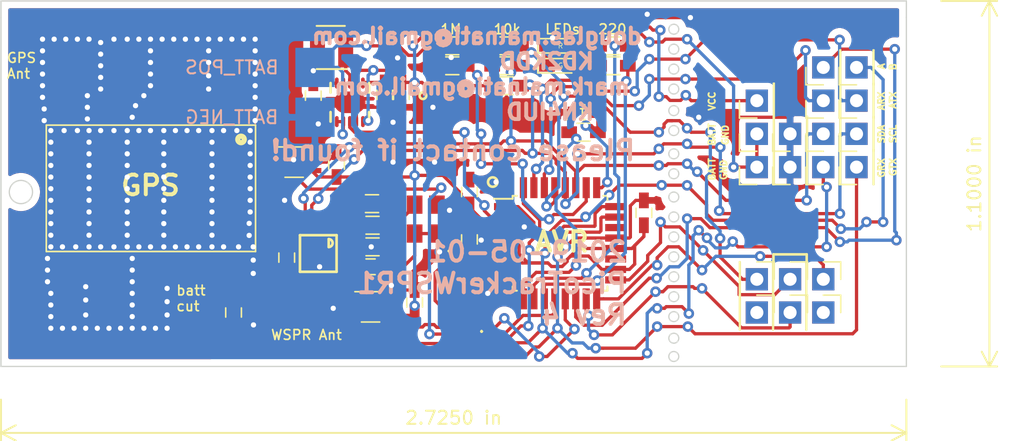
<source format=kicad_pcb>
(kicad_pcb (version 20171130) (host pcbnew "(5.1.0)-1")
  (layers (0 F.Cu signal) (31 B.Cu signal) (34 B.Paste user) (35 F.Paste user) (36 B.SilkS user) (37 F.SilkS user) (38 B.Mask user) (39 F.Mask user) (44 Edge.Cuts user))
  (net 0 "")
  (net 1 GND)
  (net 2 VCC)
  (net 3 VBATT)
  (net 4 "Net-(C3-Pad1)")
  (net 5 GPS_VCC)
  (net 6 WSPR_VCC)
  (net 7 SER_RXD)
  (net 8 SER_TXD)
  (net 9 SDA)
  (net 10 SCL)
  (net 11 SPI_MISO)
  (net 12 SPI_SCK)
  (net 13 SPI_RESET)
  (net 14 SPI_MOSI)
  (net 15 GPS_SER_OUT)
  (net 16 GPS_SER_IN)
  (net 17 SIG_A)
  (net 18 SIG_B)
  (net 19 GPS_RF_IN)
  (net 20 WSPR_RF_OUT)
  (net 21 "Net-(D1-Pad2)")
  (net 22 "Net-(D2-Pad2)")
  (net 23 "Net-(J1-Pad2)")
  (net 24 "Net-(L1-Pad2)")
  (net 25 GPS_ENABLE)
  (net 26 WSPR_ENABLE)
  (net 27 "Net-(M4-Pad2)")
  (net 28 LED_1)
  (net 29 LED_2)
  (net 30 REG_PS_CTL)
  (net 31 VBATT_SENSE)
  (net 32 "Net-(M3-Pad8_RE)")
  (net 33 GPS_V_BCKP)
  (net 34 VTEMP_SENSE)
  (net 35 "Net-(R10-Pad2)")
  (net 36 "Net-(TCXO1-Pad3)")
  (net 37 TEMP_ENABLE)
  (module CustomFootprintLibrary:texas-S-PDSO-N10 (layer F.Cu) (at 80.645 69.977 180)
    (fp_text reference REG_3V3_BOARD1 hide)
    (fp_text value TPS61201 hide)
    (pad PP@2 smd oval (at 0 0.27432 180) (size 3.79984 0.2794) (layers F.Cu F.Paste F.Mask) (net 1 GND))
    (pad PP@1 smd oval (at 0 -0.27432 180) (size 3.79984 0.2794) (layers F.Cu F.Paste F.Mask) (net 1 GND))
    (pad PP smd oval (at 0 0 180) (size 2.39776 1.64846) (layers F.Cu F.Paste F.Mask) (net 1 GND))
    (pad 10 smd oval (at -0.99822 -1.4732 90) (size 0.84836 0.2794) (layers F.Cu F.Paste F.Mask) (net 2 VCC))
    (pad 9 smd oval (at -0.49784 -1.4732 90) (size 0.84836 0.2794) (layers F.Cu F.Paste F.Mask) (net 1 GND))
    (pad 8 smd oval (at 0 -1.4732 90) (size 0.84836 0.2794) (layers F.Cu F.Paste F.Mask) (net 30 REG_PS_CTL))
    (pad 7 smd oval (at 0.49784 -1.4732 90) (size 0.84836 0.2794) (layers F.Cu F.Paste F.Mask) (net 3 VBATT))
    (pad 6 smd oval (at 0.99822 -1.4732 90) (size 0.84836 0.2794) (layers F.Cu F.Paste F.Mask) (net 3 VBATT))
    (pad 5 smd oval (at 0.99822 1.4732 270) (size 0.84836 0.2794) (layers F.Cu F.Paste F.Mask) (net 3 VBATT))
    (pad 4 smd oval (at 0.49784 1.4732 270) (size 0.84836 0.2794) (layers F.Cu F.Paste F.Mask) (net 1 GND))
    (pad 3 smd oval (at 0 1.4732 270) (size 0.84836 0.2794) (layers F.Cu F.Paste F.Mask) (net 24 "Net-(L1-Pad2)"))
    (pad 2 smd oval (at -0.49784 1.4732 270) (size 0.84836 0.2794) (layers F.Cu F.Paste F.Mask) (net 2 VCC))
    (pad 1 smd oval (at -0.99822 1.4732 270) (size 0.84836 0.2794) (layers F.Cu F.Paste F.Mask) (net 4 "Net-(C3-Pad1)"))
  )
  (module Capacitors_SMD:C_0603_HandSoldering (layer F.Cu) (at 103.124 78.425 90)
    (fp_text reference C1 hide)
    (fp_text value .1uF)
    (pad 2 smd rect (at 0.95 0 90) (size 1.2 0.75) (layers F.Cu F.Paste F.Mask) (net 1 GND))
    (pad 1 smd rect (at -0.95 0 90) (size 1.2 0.75) (layers F.Cu F.Paste F.Mask) (net 2 VCC))
  )
  (module Capacitors_SMD:C_0603_HandSoldering (layer F.Cu) (at 77.851 69.469 270)
    (fp_text reference C2 hide)
    (fp_text value 22uF hide)
    (pad 1 smd rect (at -0.95 0 270) (size 1.2 0.75) (layers F.Cu F.Paste F.Mask) (net 3 VBATT))
    (pad 2 smd rect (at 0.95 0 270) (size 1.2 0.75) (layers F.Cu F.Paste F.Mask) (net 1 GND))
  )
  (module Capacitors_SMD:C_0603_HandSoldering (layer F.Cu) (at 83.312 69.408 270)
    (fp_text reference C3 hide)
    (fp_text value 1uF hide)
    (pad 2 smd rect (at 0.95 0 270) (size 1.2 0.75) (layers F.Cu F.Paste F.Mask) (net 1 GND))
    (pad 1 smd rect (at -0.95 0 270) (size 1.2 0.75) (layers F.Cu F.Paste F.Mask) (net 4 "Net-(C3-Pad1)"))
  )
  (module Capacitors_SMD:C_0603_HandSoldering (layer F.Cu) (at 84.582 69.408 270)
    (fp_text reference C4 hide)
    (fp_text value 22uF hide)
    (pad 1 smd rect (at -0.95 0 270) (size 1.2 0.75) (layers F.Cu F.Paste F.Mask) (net 2 VCC))
    (pad 2 smd rect (at 0.95 0 270) (size 1.2 0.75) (layers F.Cu F.Paste F.Mask) (net 1 GND))
  )
  (module Capacitors_SMD:C_0603_HandSoldering (layer F.Cu) (at 71.755 86.045 270)
    (fp_text reference C5 hide)
    (fp_text value .1uF)
    (pad 1 smd rect (at -0.95 0 270) (size 1.2 0.75) (layers F.Cu F.Paste F.Mask) (net 5 GPS_VCC))
    (pad 2 smd rect (at 0.95 0 270) (size 1.2 0.75) (layers F.Cu F.Paste F.Mask) (net 1 GND))
  )
  (module Capacitors_SMD:C_0603_HandSoldering (layer F.Cu) (at 79.629 74.737 270)
    (fp_text reference C6 hide)
    (fp_text value 22uF)
    (pad 1 smd rect (at -0.95 0 270) (size 1.2 0.75) (layers F.Cu F.Paste F.Mask) (net 1 GND))
    (pad 2 smd rect (at 0.95 0 270) (size 1.2 0.75) (layers F.Cu F.Paste F.Mask) (net 2 VCC))
  )
  (module Capacitors_SMD:C_0603_HandSoldering (layer F.Cu) (at 82.23 82.55)
    (fp_text reference C7 hide)
    (fp_text value .1uF hide)
    (pad 1 smd rect (at -0.95 0) (size 1.2 0.75) (layers F.Cu F.Paste F.Mask) (net 6 WSPR_VCC))
    (pad 2 smd rect (at 0.95 0) (size 1.2 0.75) (layers F.Cu F.Paste F.Mask) (net 1 GND))
  )
  (module Capacitors_SMD:C_0603_HandSoldering (layer F.Cu) (at 85.598 85.278 270)
    (fp_text reference C8 hide)
    (fp_text value 22uF hide)
    (pad 2 smd rect (at 0.95 0 270) (size 1.2 0.75) (layers F.Cu F.Paste F.Mask) (net 2 VCC))
    (pad 1 smd rect (at -0.95 0 270) (size 1.2 0.75) (layers F.Cu F.Paste F.Mask) (net 1 GND))
  )
  (module Capacitors_SMD:C_0603_HandSoldering (layer F.Cu) (at 89.789 76.835 90)
    (fp_text reference C9 hide)
    (fp_text value .1uF hide)
    (pad 2 smd rect (at 0.95 0 90) (size 1.2 0.75) (layers F.Cu F.Paste F.Mask) (net 1 GND))
    (pad 1 smd rect (at -0.95 0 90) (size 1.2 0.75) (layers F.Cu F.Paste F.Mask) (net 2 VCC))
  )
  (module Capacitors_SMD:C_0603_HandSoldering (layer F.Cu) (at 75.819 81.849 90)
    (fp_text reference C10 hide)
    (fp_text value .1uF hide)
    (pad 2 smd rect (at 0.95 0 90) (size 1.2 0.75) (layers F.Cu F.Paste F.Mask) (net 6 WSPR_VCC))
    (pad 1 smd rect (at -0.95 0 90) (size 1.2 0.75) (layers F.Cu F.Paste F.Mask) (net 1 GND))
  )
  (module Measurement_Points:Measurement_Point_Square-SMD-Pad_Big (layer B.Cu) (at 77.978 71.12)
    (fp_text reference CONN1 hide)
    (fp_text value BATT_NEG (at -6.35 0) (layer B.SilkS) (effects (justify mirror)))
    (pad 1 smd rect (at 0 0) (size 3 3) (layers B.Cu B.Mask) (net 1 GND))
  )
  (module Measurement_Points:Measurement_Point_Square-SMD-Pad_Big (layer B.Cu) (at 77.978 67.31)
    (fp_text reference CONN2 hide)
    (fp_text value BATT_POS (at -6.35 0) (layer B.SilkS) (effects (justify mirror)))
    (pad 1 smd rect (at 0 0) (size 3 3) (layers B.Cu B.Mask) (net 3 VBATT))
  )
  (module Socket_Strips:Socket_Strip_Straight_1x01_Pitch2.54mm (layer F.Cu) (at 111.76 74.93 90)
    (fp_text reference CONN3 hide)
    (fp_text value BATT_INPUT hide)
    (pad 1 thru_hole rect (at 0 0 90) (size 1.7 1.7) (drill 1) (layers *.Cu *.Mask) (net 3 VBATT))
  )
  (module Socket_Strips:Socket_Strip_Straight_1x01_Pitch2.54mm (layer F.Cu) (at 114.3 74.93 90)
    (fp_text reference CONN4 hide)
    (fp_text value GND_INPUT hide)
    (pad 1 thru_hole rect (at 0 0 90) (size 1.7 1.7) (drill 1) (layers *.Cu *.Mask) (net 1 GND))
  )
  (module Socket_Strips:Socket_Strip_Straight_1x01_Pitch2.54mm (layer F.Cu) (at 116.84 69.85 90)
    (fp_text reference CONN5 hide)
    (fp_text value MCU_SER_RXD hide)
    (pad 1 thru_hole rect (at 0 0 90) (size 1.7 1.7) (drill 1) (layers *.Cu *.Mask) (net 7 SER_RXD))
  )
  (module Socket_Strips:Socket_Strip_Straight_1x01_Pitch2.54mm (layer F.Cu) (at 119.38 69.85 90)
    (fp_text reference CONN6 hide)
    (fp_text value MCU_SER_TXD hide)
    (pad 1 thru_hole rect (at 0 0 90) (size 1.7 1.7) (drill 1) (layers *.Cu *.Mask) (net 8 SER_TXD))
  )
  (module Socket_Strips:Socket_Strip_Straight_1x01_Pitch2.54mm (layer F.Cu) (at 111.76 72.39 90)
    (fp_text reference CONN7 hide)
    (fp_text value BATT_TAP hide)
    (pad 1 thru_hole rect (at 0 0 90) (size 1.7 1.7) (drill 1) (layers *.Cu *.Mask) (net 3 VBATT))
  )
  (module Socket_Strips:Socket_Strip_Straight_1x01_Pitch2.54mm (layer F.Cu) (at 116.84 72.39 90)
    (fp_text reference CONN9 hide)
    (fp_text value SDA_TAP hide)
    (pad 1 thru_hole rect (at 0 0 90) (size 1.7 1.7) (drill 1) (layers *.Cu *.Mask) (net 9 SDA))
  )
  (module Socket_Strips:Socket_Strip_Straight_1x01_Pitch2.54mm (layer F.Cu) (at 119.38 72.39 90)
    (fp_text reference CONN10 hide)
    (fp_text value SCL_TAP hide)
    (pad 1 thru_hole rect (at 0 0 90) (size 1.7 1.7) (drill 1) (layers *.Cu *.Mask) (net 10 SCL))
  )
  (module Pin_Headers:Pin_Header_Straight_1x01_Pitch2.54mm (layer F.Cu) (at 116.84 83.506 270)
    (fp_text reference CONN11 hide)
    (fp_text value SPI_MISO hide)
    (pad 1 thru_hole rect (at 0 0 270) (size 1.7 1.7) (drill 1) (layers *.Cu *.Mask) (net 11 SPI_MISO))
  )
  (module Pin_Headers:Pin_Header_Straight_1x01_Pitch2.54mm (layer F.Cu) (at 114.3 83.506 270)
    (fp_text reference CONN12 hide)
    (fp_text value SPI_SCK hide)
    (pad 1 thru_hole rect (at 0 0 270) (size 1.7 1.7) (drill 1) (layers *.Cu *.Mask) (net 12 SPI_SCK))
  )
  (module Pin_Headers:Pin_Header_Straight_1x01_Pitch2.54mm (layer F.Cu) (at 111.76 83.506 270)
    (fp_text reference CONN13 hide)
    (fp_text value SPI_RESET hide)
    (pad 1 thru_hole rect (at 0 0 270) (size 1.7 1.7) (drill 1) (layers *.Cu *.Mask) (net 13 SPI_RESET))
  )
  (module Pin_Headers:Pin_Header_Straight_1x01_Pitch2.54mm (layer F.Cu) (at 116.84 86.046 270)
    (fp_text reference CONN14 hide)
    (fp_text value VBATT hide)
    (pad 1 thru_hole rect (at 0 0 270) (size 1.7 1.7) (drill 1) (layers *.Cu *.Mask))
  )
  (module Pin_Headers:Pin_Header_Straight_1x01_Pitch2.54mm (layer F.Cu) (at 114.3 86.046 270)
    (fp_text reference CONN15 hide)
    (fp_text value SPI_MOSI hide)
    (pad 1 thru_hole rect (at 0 0 270) (size 1.7 1.7) (drill 1) (layers *.Cu *.Mask) (net 14 SPI_MOSI))
  )
  (module Pin_Headers:Pin_Header_Straight_1x01_Pitch2.54mm (layer F.Cu) (at 111.76 86.046 270)
    (fp_text reference CONN16 hide)
    (fp_text value GND hide)
    (pad 1 thru_hole rect (at 0 0 270) (size 1.7 1.7) (drill 1) (layers *.Cu *.Mask))
  )
  (module Socket_Strips:Socket_Strip_Straight_1x01_Pitch2.54mm (layer F.Cu) (at 119.38 74.93 90)
    (fp_text reference CONN17 hide)
    (fp_text value GPS_SER_OUT hide)
    (pad 1 thru_hole rect (at 0 0 90) (size 1.7 1.7) (drill 1) (layers *.Cu *.Mask) (net 15 GPS_SER_OUT))
  )
  (module Socket_Strips:Socket_Strip_Straight_1x01_Pitch2.54mm (layer F.Cu) (at 116.84 74.93 90)
    (fp_text reference CONN18 hide)
    (fp_text value GPS_SER_IN hide)
    (pad 1 thru_hole rect (at 0 0 90) (size 1.7 1.7) (drill 1) (layers *.Cu *.Mask) (net 16 GPS_SER_IN))
  )
  (module Socket_Strips:Socket_Strip_Straight_1x01_Pitch2.54mm (layer F.Cu) (at 116.84 67.31 90)
    (fp_text reference CONN19 hide)
    (fp_text value SIG_A hide)
    (pad 1 thru_hole rect (at 0 0 90) (size 1.7 1.7) (drill 1) (layers *.Cu *.Mask) (net 17 SIG_A))
  )
  (module Socket_Strips:Socket_Strip_Straight_1x01_Pitch2.54mm (layer F.Cu) (at 119.38 67.31 90)
    (fp_text reference CONN20 hide)
    (fp_text value SIG_B hide)
    (pad 1 thru_hole rect (at 0 0 90) (size 1.7 1.7) (drill 1) (layers *.Cu *.Mask) (net 18 SIG_B))
  )
  (module LEDs:LED_0603_HandSoldering (layer F.Cu) (at 96.817 65.659)
    (fp_text reference D1 hide)
    (fp_text value LED_Small hide)
    (pad 2 smd rect (at 1.1 0) (size 1.2 0.9) (layers F.Cu F.Paste F.Mask) (net 21 "Net-(D1-Pad2)"))
    (pad 1 smd rect (at -1.1 0) (size 1.2 0.9) (layers F.Cu F.Paste F.Mask) (net 1 GND))
  )
  (module LEDs:LED_0603_HandSoldering (layer F.Cu) (at 96.817 67.183)
    (fp_text reference D2 hide)
    (fp_text value LED_Small hide)
    (pad 1 smd rect (at -1.1 0) (size 1.2 0.9) (layers F.Cu F.Paste F.Mask) (net 1 GND))
    (pad 2 smd rect (at 1.1 0) (size 1.2 0.9) (layers F.Cu F.Paste F.Mask) (net 22 "Net-(D2-Pad2)"))
  )
  (module CustomFootprintLibrary:CUT_TRACE (layer F.Cu) (at 70.104 84.836 90)
    (fp_text reference J1 hide)
    (fp_text value Conn_01x02 hide)
    (fp_line (start -0.381 0) (end 0.381 0) (layer F.Cu) (width 0.15))
    (pad 1 smd rect (at -0.635 0 90) (size 1 1) (layers F.Cu F.Paste F.Mask) (net 33 GPS_V_BCKP))
    (pad 2 smd rect (at 0.635 0 90) (size 1 1) (layers F.Cu F.Paste F.Mask) (net 23 "Net-(J1-Pad2)"))
  )
  (module CustomFootprintLibrary:coilcraft-LPS3015-222 (layer F.Cu) (at 79.248 65.786)
    (fp_text reference L1 hide)
    (fp_text value 2.2uH hide)
    (pad 2 smd rect (at 1.0795 0) (size 1.143 3.048) (layers F.Cu F.Paste F.Mask) (net 24 "Net-(L1-Pad2)"))
    (pad 1 smd rect (at -1.0795 0) (size 1.143 3.048) (layers F.Cu F.Paste F.Mask) (net 3 VBATT))
  )
  (module TO_SOT_Packages_SMD:SOT-363_SC-70-6_Handsoldering (layer F.Cu) (at 76.387 74.549)
    (fp_text reference M1 hide)
    (fp_text value SIP32431DR3-T1GE3 hide)
    (pad 6 smd rect (at 1.33 -0.65) (size 1.5 0.4) (layers F.Cu F.Paste F.Mask))
    (pad 5 smd rect (at 1.33 0) (size 1.5 0.4) (layers F.Cu F.Paste F.Mask) (net 1 GND))
    (pad 4 smd rect (at 1.33 0.65) (size 1.5 0.4) (layers F.Cu F.Paste F.Mask) (net 2 VCC))
    (pad 3 smd rect (at -1.33 0.65) (size 1.5 0.4) (layers F.Cu F.Paste F.Mask) (net 25 GPS_ENABLE))
    (pad 2 smd rect (at -1.33 0) (size 1.5 0.4) (layers F.Cu F.Paste F.Mask) (net 1 GND))
    (pad 1 smd rect (at -1.33 -0.65) (size 1.5 0.4) (layers F.Cu F.Paste F.Mask) (net 5 GPS_VCC))
  )
  (module TO_SOT_Packages_SMD:SOT-363_SC-70-6_Handsoldering (layer F.Cu) (at 82.229 85.613)
    (fp_text reference M2 hide)
    (fp_text value SIP32431DR3-T1GE3 hide)
    (pad 1 smd rect (at -1.33 -0.65) (size 1.5 0.4) (layers F.Cu F.Paste F.Mask) (net 6 WSPR_VCC))
    (pad 2 smd rect (at -1.33 0) (size 1.5 0.4) (layers F.Cu F.Paste F.Mask) (net 1 GND))
    (pad 3 smd rect (at -1.33 0.65) (size 1.5 0.4) (layers F.Cu F.Paste F.Mask) (net 26 WSPR_ENABLE))
    (pad 4 smd rect (at 1.33 0.65) (size 1.5 0.4) (layers F.Cu F.Paste F.Mask) (net 2 VCC))
    (pad 5 smd rect (at 1.33 0) (size 1.5 0.4) (layers F.Cu F.Paste F.Mask) (net 1 GND))
    (pad 6 smd rect (at 1.33 -0.65) (size 1.5 0.4) (layers F.Cu F.Paste F.Mask))
  )
  (module CustomFootprintLibrary:UBLOX_NEO-6 (layer F.Cu) (at 64.93764 76.95184 90)
    (fp_text reference M3 hide)
    (fp_text value UBLOX_NEO-6 hide)
    (pad 1_RE smd rect (at 6.39826 7.39902 180) (size 0.79756 1.79832) (layers F.Cu F.Paste F.Mask))
    (pad 2_SS smd rect (at 6.39826 6.2992 180) (size 0.79756 1.79832) (layers F.Cu F.Paste F.Mask))
    (pad 3_TI smd rect (at 6.39826 5.19938 180) (size 0.79756 1.79832) (layers F.Cu F.Paste F.Mask))
    (pad 4_EX smd rect (at 6.39826 4.09956 180) (size 0.79756 1.79832) (layers F.Cu F.Paste F.Mask))
    (pad 5_US smd rect (at 6.39826 2.99974 180) (size 0.79756 1.79832) (layers F.Cu F.Paste F.Mask))
    (pad 6_US smd rect (at 6.39826 1.89992 180) (size 0.79756 1.79832) (layers F.Cu F.Paste F.Mask))
    (pad 7_VD smd rect (at 6.39826 0.79756 180) (size 0.79756 1.79832) (layers F.Cu F.Paste F.Mask) (net 1 GND))
    (pad 8_RE smd rect (at 6.39826 -2.19964 180) (size 0.79756 1.79832) (layers F.Cu F.Paste F.Mask) (net 32 "Net-(M3-Pad8_RE)"))
    (pad 9_VC smd rect (at 6.39826 -3.29946 180) (size 0.79756 1.79832) (layers F.Cu F.Paste F.Mask) (net 32 "Net-(M3-Pad8_RE)"))
    (pad 10_G smd rect (at 6.39826 -4.39928 180) (size 0.79756 1.79832) (layers F.Cu F.Paste F.Mask) (net 1 GND))
    (pad 11_R smd rect (at 6.39826 -5.4991 180) (size 0.79756 1.79832) (layers F.Cu F.Paste F.Mask) (net 19 GPS_RF_IN))
    (pad 12_G smd rect (at 6.39826 -6.59892 180) (size 0.79756 1.79832) (layers F.Cu F.Paste F.Mask) (net 1 GND))
    (pad 13_G smd rect (at -5.59816 -6.59892 180) (size 0.79756 1.79832) (layers F.Cu F.Paste F.Mask) (net 1 GND))
    (pad 14_M smd rect (at -5.59816 -5.4991 180) (size 0.79756 1.79832) (layers F.Cu F.Paste F.Mask))
    (pad 15_M smd rect (at -5.59816 -4.39928 180) (size 0.79756 1.79832) (layers F.Cu F.Paste F.Mask))
    (pad 16_C smd rect (at -5.59816 -3.29946 180) (size 0.79756 1.79832) (layers F.Cu F.Paste F.Mask))
    (pad 17_R smd rect (at -5.59816 -2.19964 180) (size 0.79756 1.79832) (layers F.Cu F.Paste F.Mask))
    (pad 18_S smd rect (at -5.59816 0.79756 180) (size 0.79756 1.79832) (layers F.Cu F.Paste F.Mask))
    (pad 19_S smd rect (at -5.59816 1.89992 180) (size 0.79756 1.79832) (layers F.Cu F.Paste F.Mask))
    (pad 20_T smd rect (at -5.59816 2.99974 180) (size 0.79756 1.79832) (layers F.Cu F.Paste F.Mask) (net 15 GPS_SER_OUT))
    (pad 21_R smd rect (at -5.59816 4.09956 180) (size 0.79756 1.79832) (layers F.Cu F.Paste F.Mask) (net 16 GPS_SER_IN))
    (pad 22_V smd rect (at -5.59816 5.19938 180) (size 0.79756 1.79832) (layers F.Cu F.Paste F.Mask) (net 23 "Net-(J1-Pad2)"))
    (pad 23_V smd rect (at -5.59816 6.2992 180) (size 0.79756 1.79832) (layers F.Cu F.Paste F.Mask) (net 5 GPS_VCC))
    (pad 24_G smd rect (at -5.59816 7.39902 180) (size 0.79756 1.79832) (layers F.Cu F.Paste F.Mask) (net 1 GND))
  )
  (module CustomFootprintLibrary:SI5351A (layer F.Cu) (at 78.232 81.534 90)
    (fp_text reference M4 hide)
    (fp_text value SI5351A hide)
    (pad 1 smd rect (at 2.25 0.99822 180) (size 0.24892 1.3) (layers F.Cu F.Paste F.Mask) (net 6 WSPR_VCC))
    (pad 2 smd rect (at 2.25 0.49784 180) (size 0.24892 1.3) (layers F.Cu F.Paste F.Mask) (net 27 "Net-(M4-Pad2)"))
    (pad 3 smd rect (at 2.25 0 180) (size 0.24892 1.3) (layers F.Cu F.Paste F.Mask))
    (pad 4 smd rect (at 2.25 -0.49784 180) (size 0.24892 1.3) (layers F.Cu F.Paste F.Mask) (net 10 SCL))
    (pad 5 smd rect (at 2.25 -0.99822 180) (size 0.24892 1.3) (layers F.Cu F.Paste F.Mask) (net 9 SDA))
    (pad 6 smd rect (at -2.25 -0.99822) (size 0.24892 1.3) (layers F.Cu F.Paste F.Mask))
    (pad 7 smd rect (at -2.25 -0.49784) (size 0.24892 1.3) (layers F.Cu F.Paste F.Mask) (net 6 WSPR_VCC))
    (pad 8 smd rect (at -2.25 0) (size 0.24892 1.3) (layers F.Cu F.Paste F.Mask) (net 1 GND))
    (pad 9 smd rect (at -2.25 0.49784) (size 0.24892 1.3) (layers F.Cu F.Paste F.Mask))
    (pad 10 smd rect (at -2.25 0.99822) (size 0.24892 1.3) (layers F.Cu F.Paste F.Mask) (net 20 WSPR_RF_OUT))
  )
  (module Resistors_SMD:R_0603_HandSoldering (layer F.Cu) (at 100.795 65.659)
    (fp_text reference R1 hide)
    (fp_text value 220 hide)
    (pad 2 smd rect (at 1.1 0) (size 1.2 0.9) (layers F.Cu F.Paste F.Mask) (net 28 LED_1))
    (pad 1 smd rect (at -1.1 0) (size 1.2 0.9) (layers F.Cu F.Paste F.Mask) (net 21 "Net-(D1-Pad2)"))
  )
  (module Resistors_SMD:R_0603_HandSoldering (layer F.Cu) (at 100.795 67.183)
    (fp_text reference R2 hide)
    (fp_text value 220 hide)
    (pad 1 smd rect (at -1.1 0) (size 1.2 0.9) (layers F.Cu F.Paste F.Mask) (net 22 "Net-(D2-Pad2)"))
    (pad 2 smd rect (at 1.1 0) (size 1.2 0.9) (layers F.Cu F.Paste F.Mask) (net 29 LED_2))
  )
  (module Resistors_SMD:R_0603_HandSoldering (layer F.Cu) (at 92.626 65.659)
    (fp_text reference R3 hide)
    (fp_text value 10k hide)
    (pad 2 smd rect (at 1.1 0) (size 1.2 0.9) (layers F.Cu F.Paste F.Mask) (net 13 SPI_RESET))
    (pad 1 smd rect (at -1.1 0) (size 1.2 0.9) (layers F.Cu F.Paste F.Mask) (net 2 VCC))
  )
  (module Resistors_SMD:R_0603_HandSoldering (layer F.Cu) (at 92.626 67.183)
    (fp_text reference R4 hide)
    (fp_text value 10k hide)
    (pad 1 smd rect (at -1.1 0) (size 1.2 0.9) (layers F.Cu F.Paste F.Mask) (net 2 VCC))
    (pad 2 smd rect (at 1.1 0) (size 1.2 0.9) (layers F.Cu F.Paste F.Mask) (net 9 SDA))
  )
  (module Housings_QFP:TQFP-32_7x7mm_Pitch0.8mm (layer F.Cu) (at 96.715 80.753)
    (fp_text reference U1 hide)
    (fp_text value ATMEGA328P-AU)
    (pad 32 smd rect (at -2.8 -4.25 90) (size 1.6 0.55) (layers F.Cu F.Paste F.Mask) (net 18 SIG_B))
    (pad 31 smd rect (at -2 -4.25 90) (size 1.6 0.55) (layers F.Cu F.Paste F.Mask) (net 8 SER_TXD))
    (pad 30 smd rect (at -1.2 -4.25 90) (size 1.6 0.55) (layers F.Cu F.Paste F.Mask) (net 7 SER_RXD))
    (pad 29 smd rect (at -0.4 -4.25 90) (size 1.6 0.55) (layers F.Cu F.Paste F.Mask) (net 13 SPI_RESET))
    (pad 28 smd rect (at 0.4 -4.25 90) (size 1.6 0.55) (layers F.Cu F.Paste F.Mask) (net 10 SCL))
    (pad 27 smd rect (at 1.2 -4.25 90) (size 1.6 0.55) (layers F.Cu F.Paste F.Mask) (net 9 SDA))
    (pad 26 smd rect (at 2 -4.25 90) (size 1.6 0.55) (layers F.Cu F.Paste F.Mask) (net 31 VBATT_SENSE))
    (pad 25 smd rect (at 2.8 -4.25 90) (size 1.6 0.55) (layers F.Cu F.Paste F.Mask) (net 34 VTEMP_SENSE))
    (pad 24 smd rect (at 4.25 -2.8) (size 1.6 0.55) (layers F.Cu F.Paste F.Mask) (net 16 GPS_SER_IN))
    (pad 23 smd rect (at 4.25 -2) (size 1.6 0.55) (layers F.Cu F.Paste F.Mask) (net 15 GPS_SER_OUT))
    (pad 22 smd rect (at 4.25 -1.2) (size 1.6 0.55) (layers F.Cu F.Paste F.Mask))
    (pad 21 smd rect (at 4.25 -0.4) (size 1.6 0.55) (layers F.Cu F.Paste F.Mask) (net 1 GND))
    (pad 20 smd rect (at 4.25 0.4) (size 1.6 0.55) (layers F.Cu F.Paste F.Mask) (net 2 VCC))
    (pad 19 smd rect (at 4.25 1.2) (size 1.6 0.55) (layers F.Cu F.Paste F.Mask))
    (pad 18 smd rect (at 4.25 2) (size 1.6 0.55) (layers F.Cu F.Paste F.Mask) (net 2 VCC))
    (pad 17 smd rect (at 4.25 2.8) (size 1.6 0.55) (layers F.Cu F.Paste F.Mask) (net 12 SPI_SCK))
    (pad 16 smd rect (at 2.8 4.25 90) (size 1.6 0.55) (layers F.Cu F.Paste F.Mask) (net 11 SPI_MISO))
    (pad 15 smd rect (at 2 4.25 90) (size 1.6 0.55) (layers F.Cu F.Paste F.Mask) (net 14 SPI_MOSI))
    (pad 14 smd rect (at 1.2 4.25 90) (size 1.6 0.55) (layers F.Cu F.Paste F.Mask) (net 17 SIG_A))
    (pad 13 smd rect (at 0.4 4.25 90) (size 1.6 0.55) (layers F.Cu F.Paste F.Mask) (net 26 WSPR_ENABLE))
    (pad 12 smd rect (at -0.4 4.25 90) (size 1.6 0.55) (layers F.Cu F.Paste F.Mask) (net 25 GPS_ENABLE))
    (pad 11 smd rect (at -1.2 4.25 90) (size 1.6 0.55) (layers F.Cu F.Paste F.Mask) (net 29 LED_2))
    (pad 10 smd rect (at -2 4.25 90) (size 1.6 0.55) (layers F.Cu F.Paste F.Mask) (net 28 LED_1))
    (pad 9 smd rect (at -2.8 4.25 90) (size 1.6 0.55) (layers F.Cu F.Paste F.Mask) (net 37 TEMP_ENABLE))
    (pad 8 smd rect (at -4.25 2.8) (size 1.6 0.55) (layers F.Cu F.Paste F.Mask))
    (pad 7 smd rect (at -4.25 2) (size 1.6 0.55) (layers F.Cu F.Paste F.Mask) (net 36 "Net-(TCXO1-Pad3)"))
    (pad 6 smd rect (at -4.25 1.2) (size 1.6 0.55) (layers F.Cu F.Paste F.Mask) (net 2 VCC))
    (pad 5 smd rect (at -4.25 0.4) (size 1.6 0.55) (layers F.Cu F.Paste F.Mask) (net 1 GND))
    (pad 4 smd rect (at -4.25 -0.4) (size 1.6 0.55) (layers F.Cu F.Paste F.Mask) (net 2 VCC))
    (pad 3 smd rect (at -4.25 -1.2) (size 1.6 0.55) (layers F.Cu F.Paste F.Mask) (net 1 GND))
    (pad 2 smd rect (at -4.25 -2) (size 1.6 0.55) (layers F.Cu F.Paste F.Mask) (net 30 REG_PS_CTL))
    (pad 1 smd rect (at -4.25 -2.8) (size 1.6 0.55) (layers F.Cu F.Paste F.Mask) (net 33 GPS_V_BCKP))
  )
  (module Socket_Strips:Socket_Strip_Straight_1x01_Pitch2.54mm (layer F.Cu) (at 111.76 69.85 90)
    (fp_text reference CONN8 hide)
    (fp_text value VCC_TAP hide)
    (pad 1 thru_hole rect (at 0 0 90) (size 1.7 1.7) (drill 1) (layers *.Cu *.Mask) (net 2 VCC))
  )
  (module Socket_Strips:Socket_Strip_Straight_1x01_Pitch2.54mm (layer F.Cu) (at 114.3 72.39 90)
    (fp_text reference CONN25 hide)
    (fp_text value GND_TAP hide)
    (pad 1 thru_hole rect (at 0 0 90) (size 1.7 1.7) (drill 1) (layers *.Cu *.Mask) (net 1 GND))
  )
  (module Resistors_SMD:R_0603_HandSoldering (layer F.Cu) (at 88.476 65.659 180)
    (fp_text reference R7 hide)
    (fp_text value 1M)
    (pad 1 smd rect (at -1.1 0 180) (size 1.2 0.9) (layers F.Cu F.Paste F.Mask) (net 31 VBATT_SENSE))
    (pad 2 smd rect (at 1.1 0 180) (size 1.2 0.9) (layers F.Cu F.Paste F.Mask) (net 3 VBATT))
  )
  (module Resistors_SMD:R_0603_HandSoldering (layer F.Cu) (at 88.476 67.183)
    (fp_text reference R8 hide)
    (fp_text value 1M)
    (pad 1 smd rect (at -1.1 0) (size 1.2 0.9) (layers F.Cu F.Paste F.Mask) (net 1 GND))
    (pad 2 smd rect (at 1.1 0) (size 1.2 0.9) (layers F.Cu F.Paste F.Mask) (net 31 VBATT_SENSE))
  )
  (module Capacitors_SMD:C_0603_HandSoldering (layer F.Cu) (at 89.789 80.457 90)
    (fp_text reference C11 hide)
    (fp_text value .1uF)
    (pad 2 smd rect (at 0.95 0 90) (size 1.2 0.75) (layers F.Cu F.Paste F.Mask) (net 1 GND))
    (pad 1 smd rect (at -0.95 0 90) (size 1.2 0.75) (layers F.Cu F.Paste F.Mask) (net 2 VCC))
  )
  (module Measurement_Points:Measurement_Point_Square-SMD-Pad_Big (layer F.Cu) (at 62.992 67.31 90)
    (fp_text reference CONN21 hide)
    (fp_text value GPS_RF_GND)
    (pad 1 smd rect (at 0 0 90) (size 3 3) (layers F.Cu F.Mask) (net 1 GND))
  )
  (module Measurement_Points:Measurement_Point_Square-SMD-Pad_Big (layer F.Cu) (at 59.436 67.31 90)
    (fp_text reference CONN22 hide)
    (fp_text value GPS_RF_IN)
    (pad 1 smd rect (at 0 0 90) (size 3 3) (layers F.Cu F.Mask) (net 19 GPS_RF_IN))
  )
  (module Measurement_Points:Measurement_Point_Square-SMD-Pad_Small (layer F.Cu) (at 78.359 85.979)
    (fp_text reference CONN23 hide)
    (fp_text value WSPR_RF_GND)
    (pad 1 smd rect (at 0 0) (size 1.5 1.5) (layers F.Cu F.Mask) (net 1 GND))
  )
  (module Measurement_Points:Measurement_Point_Square-SMD-Pad_Small (layer F.Cu) (at 76.2 85.979)
    (fp_text reference CONN24 hide)
    (fp_text value WSPR_RF_OUT)
    (pad 1 smd rect (at 0 0) (size 1.5 1.5) (layers F.Cu F.Mask) (net 20 WSPR_RF_OUT))
  )
  (module Resistors_SMD:R_0603_HandSoldering (layer F.Cu) (at 98.509 72.263)
    (fp_text reference R5 hide)
    (fp_text value R_Small)
    (pad 2 smd rect (at 1.1 0) (size 1.2 0.9) (layers F.Cu F.Paste F.Mask) (net 34 VTEMP_SENSE))
    (pad 1 smd rect (at -1.1 0) (size 1.2 0.9) (layers F.Cu F.Paste F.Mask) (net 37 TEMP_ENABLE))
  )
  (module Resistors_SMD:R_0603_HandSoldering (layer F.Cu) (at 92.626 68.707)
    (fp_text reference R6 hide)
    (fp_text value 10k)
    (pad 2 smd rect (at 1.1 0) (size 1.2 0.9) (layers F.Cu F.Paste F.Mask) (net 10 SCL))
    (pad 1 smd rect (at -1.1 0) (size 1.2 0.9) (layers F.Cu F.Paste F.Mask) (net 2 VCC))
  )
  (module Resistors_SMD:R_0603_HandSoldering (layer F.Cu) (at 82.38 81.026 180)
    (fp_text reference R9 hide)
    (fp_text value 100)
    (pad 2 smd rect (at 1.1 0 180) (size 1.2 0.9) (layers F.Cu F.Paste F.Mask) (net 1 GND))
    (pad 1 smd rect (at -1.1 0 180) (size 1.2 0.9) (layers F.Cu F.Paste F.Mask) (net 35 "Net-(R10-Pad2)"))
  )
  (module Resistors_SMD:R_0603_HandSoldering (layer F.Cu) (at 82.38 79.375)
    (fp_text reference R10 hide)
    (fp_text value 68)
    (pad 1 smd rect (at -1.1 0) (size 1.2 0.9) (layers F.Cu F.Paste F.Mask) (net 27 "Net-(M4-Pad2)"))
    (pad 2 smd rect (at 1.1 0) (size 1.2 0.9) (layers F.Cu F.Paste F.Mask) (net 35 "Net-(R10-Pad2)"))
  )
  (module Resistors_SMD:R_0603_HandSoldering (layer F.Cu) (at 82.339 77.724)
    (fp_text reference R11 hide)
    (fp_text value 100)
    (pad 1 smd rect (at -1.1 0) (size 1.2 0.9) (layers F.Cu F.Paste F.Mask) (net 27 "Net-(M4-Pad2)"))
    (pad 2 smd rect (at 1.1 0) (size 1.2 0.9) (layers F.Cu F.Paste F.Mask) (net 1 GND))
  )
  (module CustomFootprintLibrary:CRYSTAL_3.2mmWidth_2.5mmHeight (layer F.Cu) (at 88.9381 85.0519 180)
    (fp_text reference TCXO1 hide)
    (fp_text value CRYSTAL_TCXO_3.2mmWidth_2.5mmHeight hide)
    (fp_text user . (at -1.778 -2.032 180) (layer F.SilkS))
    (pad 1 smd rect (at -0.8509 -1.1049 180) (size 1.1938 1.397) (layers F.Cu F.Paste F.Mask) (net 2 VCC))
    (pad 2 smd rect (at -0.8509 1.1049 180) (size 1.1938 1.397) (layers F.Cu F.Paste F.Mask) (net 1 GND))
    (pad 3 smd rect (at 0.8509 1.1049 180) (size 1.1938 1.397) (layers F.Cu F.Paste F.Mask) (net 36 "Net-(TCXO1-Pad3)"))
    (pad 4 smd rect (at 0.8509 -1.1049 180) (size 1.1938 1.397) (layers F.Cu F.Paste F.Mask) (net 2 VCC))
  )
  (module CustomFootprintLibrary:CRYSTAL_3.2mmWidth_2.5mmHeight (layer F.Cu) (at 86.4489 78.9051 180)
    (fp_text reference TCXO2 hide)
    (fp_text value CRYSTAL_TCXO_3.2mmWidth_2.5mmHeight hide)
    (fp_text user . (at -1.778 -2.032 180) (layer F.SilkS))
    (pad 4 smd rect (at 0.8509 -1.1049 180) (size 1.1938 1.397) (layers F.Cu F.Paste F.Mask) (net 6 WSPR_VCC))
    (pad 3 smd rect (at 0.8509 1.1049 180) (size 1.1938 1.397) (layers F.Cu F.Paste F.Mask) (net 35 "Net-(R10-Pad2)"))
    (pad 2 smd rect (at -0.8509 1.1049 180) (size 1.1938 1.397) (layers F.Cu F.Paste F.Mask) (net 1 GND))
    (pad 1 smd rect (at -0.8509 -1.1049 180) (size 1.1938 1.397) (layers F.Cu F.Paste F.Mask) (net 6 WSPR_VCC))
  )
  (module CustomFootprintLibrary:PTS060301B100RP100 (layer F.Cu) (at 98.425 70.739)
    (fp_text reference TH1 hide)
    (fp_text value PT100 hide)
    (fp_text user T (at 0 0) (layer F.SilkS) (effects (font (size 0.5 0.5) (thickness 0.125))))
    (pad 1 smd rect (at -0.8001 0) (size 0.635 0.8636) (layers F.Cu F.Paste F.Mask) (net 1 GND))
    (pad 2 smd rect (at 0.8001 0) (size 0.635 0.8636) (layers F.Cu F.Paste F.Mask) (net 34 VTEMP_SENSE))
  )
  (dimension 69.215 (width 0.15) (layer F.SilkS) (gr_text "69.215 mm" (at 88.5825 96.55) (layer F.SilkS) (effects (font (size 1 1) (thickness 0.15)))) (feature1 (pts (xy 53.975 92.71) (xy 53.975 95.836421))) (feature2 (pts (xy 123.19 92.71) (xy 123.19 95.836421))) (crossbar (pts (xy 123.19 95.25) (xy 53.975 95.25))) (arrow1a (pts (xy 53.975 95.25) (xy 55.101504 94.663579))) (arrow1b (pts (xy 53.975 95.25) (xy 55.101504 95.836421))) (arrow2a (pts (xy 123.19 95.25) (xy 122.063496 94.663579))) (arrow2b (pts (xy 123.19 95.25) (xy 122.063496 95.836421))))
  (gr_line (start 53.975 62.23) (end 53.975 63.5) (layer Edge.Cuts) (width 0.1))
  (gr_line (start 123.19 62.23) (end 123.19 63.5) (layer Edge.Cuts) (width 0.1))
  (gr_line (start 53.975 90.17) (end 53.975 63.5) (layer Edge.Cuts) (width 0.1))
  (gr_line (start 123.19 90.17) (end 53.975 90.17) (layer Edge.Cuts) (width 0.1))
  (gr_line (start 123.19 63.5) (end 123.19 90.17) (layer Edge.Cuts) (width 0.1))
  (gr_line (start 53.975 62.23) (end 123.19 62.23) (layer Edge.Cuts) (width 0.1))
  (gr_circle (center 105.41 89.408) (end 105.791 89.412) (layer Edge.Cuts) (width 0.1))
  (gr_text "douglas.malnati@gmail.com\n    KD2KDD\n mark.malnati@gmail.com\n    KN4IUD" (at 103.124 67.818) (layer B.SilkS) (effects (font (size 1.2 1.2) (thickness 0.3)) (justify left mirror)))
  (gr_text A (at 121.285 66.929 90) (layer F.SilkS) (effects (font (size 0.5 0.5) (thickness 0.125)) (justify right)))
  (gr_text B (at 122.174 66.929 90) (layer F.SilkS) (effects (font (size 0.5 0.5) (thickness 0.125)) (justify right)))
  (gr_text ATX (at 122.174 69.088 90) (layer F.SilkS) (effects (font (size 0.5 0.5) (thickness 0.125)) (justify right)))
  (gr_text ARX (at 121.285 69.088 90) (layer F.SilkS) (effects (font (size 0.5 0.5) (thickness 0.125)) (justify right)))
  (gr_text SDA (at 121.285 71.628 90) (layer F.SilkS) (effects (font (size 0.5 0.5) (thickness 0.125)) (justify right)))
  (gr_text SCL (at 122.174 71.628 90) (layer F.SilkS) (effects (font (size 0.5 0.5) (thickness 0.125)) (justify right)))
  (gr_text GTX (at 122.174 74.168 90) (layer F.SilkS) (effects (font (size 0.5 0.5) (thickness 0.125)) (justify right)))
  (gr_text GRX (at 121.285 74.168 90) (layer F.SilkS) (effects (font (size 0.5 0.5) (thickness 0.125)) (justify right)))
  (gr_text VCC (at 108.331 69.088 90) (layer F.SilkS) (effects (font (size 0.5 0.5) (thickness 0.125)) (justify right)))
  (gr_text BATT (at 108.331 71.501 90) (layer F.SilkS) (effects (font (size 0.5 0.5) (thickness 0.125)) (justify right)))
  (gr_text GND (at 109.347 71.628 90) (layer F.SilkS) (effects (font (size 0.5 0.5) (thickness 0.125)) (justify right)))
  (gr_text GND (at 109.22 74.295 90) (layer F.SilkS) (effects (font (size 0.5 0.5) (thickness 0.125)) (justify right)))
  (gr_text BATT (at 108.331 74.168 90) (layer F.SilkS) (effects (font (size 0.5 0.5) (thickness 0.125)) (justify right)))
  (gr_circle (center 105.41 64.389) (end 105.791 64.393) (layer Edge.Cuts) (width 0.1))
  (gr_circle (center 105.41 65.913) (end 105.791 65.917) (layer Edge.Cuts) (width 0.1))
  (gr_circle (center 105.41 67.437) (end 105.791 67.441) (layer Edge.Cuts) (width 0.1))
  (gr_circle (center 105.41 68.961) (end 105.791 68.965) (layer Edge.Cuts) (width 0.1))
  (gr_circle (center 105.41 70.612) (end 105.791 70.616) (layer Edge.Cuts) (width 0.1))
  (gr_circle (center 105.41 72.136) (end 105.791 72.14) (layer Edge.Cuts) (width 0.1))
  (gr_circle (center 105.41 73.914) (end 105.791 73.918) (layer Edge.Cuts) (width 0.1))
  (gr_circle (center 105.41 75.438) (end 105.791 75.442) (layer Edge.Cuts) (width 0.1))
  (gr_circle (center 105.41 77.216) (end 105.791 77.22) (layer Edge.Cuts) (width 0.1))
  (gr_circle (center 105.41 78.74) (end 105.791 78.744) (layer Edge.Cuts) (width 0.1))
  (gr_circle (center 105.41 80.264) (end 105.791 80.268) (layer Edge.Cuts) (width 0.1))
  (gr_circle (center 105.41 81.788) (end 105.791 81.792) (layer Edge.Cuts) (width 0.1))
  (gr_circle (center 105.41 83.312) (end 105.791 83.316) (layer Edge.Cuts) (width 0.1))
  (gr_circle (center 105.41 86.36) (end 105.791 86.364) (layer Edge.Cuts) (width 0.1))
  (gr_circle (center 105.41 84.836) (end 105.791 84.84) (layer Edge.Cuts) (width 0.1))
  (dimension 27.94 (width 0.15) (layer F.SilkS) (gr_text "27.940 mm" (at 130.84 76.2 270) (layer F.SilkS) (effects (font (size 1 1) (thickness 0.15)))) (feature1 (pts (xy 125.857 90.17) (xy 130.126421 90.17))) (feature2 (pts (xy 125.857 62.23) (xy 130.126421 62.23))) (crossbar (pts (xy 129.54 62.23) (xy 129.54 90.17))) (arrow1a (pts (xy 129.54 90.17) (xy 128.953579 89.043496))) (arrow1b (pts (xy 129.54 90.17) (xy 130.126421 89.043496))) (arrow2a (pts (xy 129.54 62.23) (xy 128.953579 63.356504))) (arrow2b (pts (xy 129.54 62.23) (xy 130.126421 63.356504))))
  (gr_text 1M (at 87.503 64.389) (layer F.SilkS) (effects (font (size 0.75 0.75) (thickness 0.127)) (justify left)))
  (gr_text "2019-05-01\nPicoTrackerWSPR1\nRev 4" (at 101.981 83.82) (layer B.SilkS) (effects (font (size 1.5 1.5) (thickness 0.3)) (justify left mirror)))
  (gr_text R (at 96.52 65.659) (layer F.SilkS) (effects (font (size 0.4 0.4) (thickness 0.05)) (justify left)))
  (gr_text G (at 96.52 67.183) (layer F.SilkS) (effects (font (size 0.4 0.4) (thickness 0.05)) (justify left)))
  (gr_text AVR (at 94.615 80.645) (layer F.SilkS) (effects (font (size 1.5 1.5) (thickness 0.3)) (justify left)))
  (gr_text GPS (at 62.992 76.327) (layer F.SilkS) (effects (font (size 1.5 1.5) (thickness 0.3)) (justify left)))
  (gr_text "WSPR Ant" (at 74.549 87.757) (layer F.SilkS) (effects (font (size 0.75 0.75) (thickness 0.127)) (justify left)))
  (gr_text "GPS\nAnt" (at 54.356 67.183) (layer F.SilkS) (effects (font (size 0.75 0.75) (thickness 0.127)) (justify left)))
  (gr_text "Please contact if found!" (at 102.616 73.66) (layer B.SilkS) (effects (font (size 1.5 1.5) (thickness 0.3)) (justify left mirror)))
  (gr_text "batt\ncut" (at 67.31 84.963) (layer F.SilkS) (effects (font (size 0.75 0.75) (thickness 0.127)) (justify left)))
  (gr_text LEDs (at 95.504 64.389) (layer F.SilkS) (effects (font (size 0.75 0.75) (thickness 0.127)) (justify left)))
  (gr_text 220 (at 99.568 64.389) (layer F.SilkS) (effects (font (size 0.75 0.75) (thickness 0.127)) (justify left)))
  (gr_text 10k (at 91.567 64.389) (layer F.SilkS) (effects (font (size 0.75 0.75) (thickness 0.127)) (justify left)))
  (gr_circle (center 105.41 88.011) (end 105.791 88.015) (layer Edge.Cuts) (width 0.1))
  (gr_circle (center 55.499 76.835) (end 56.388 76.835) (layer Edge.Cuts) (width 0.1))
  (gr_line (start 115.57 81.601) (end 115.57 82.236) (layer F.SilkS) (width 0.2))
  (gr_line (start 113.03 81.601) (end 115.57 81.601) (layer F.SilkS) (width 0.2))
  (gr_line (start 113.03 82.236) (end 113.03 81.601) (layer F.SilkS) (width 0.2))
  (gr_circle (center 86.233 69.469) (end 85.979 69.469) (layer F.SilkS) (width 0.2))
  (gr_circle (center 91.567 76.073) (end 91.821 76.327) (layer F.SilkS) (width 0.2))
  (segment (start 58.33872 71.70274) (end 58.413721 71.777741) (width 0.25) (layer F.Cu) (net 1))
  (segment (start 58.413721 71.777741) (end 60.463359 71.777741) (width 0.25) (layer F.Cu) (net 1))
  (segment (start 60.463359 71.777741) (end 60.53836 71.70274) (width 0.25) (layer F.Cu) (net 1))
  (segment (start 60.53836 71.70274) (end 60.53836 70.55358) (width 0.25) (layer F.Cu) (net 1))
  (segment (start 58.33872 70.55358) (end 58.33872 71.70274) (width 0.25) (layer F.Cu) (net 1))
  (via (at 57.15 68.707) (size 0.8) (drill 0.4) (layers F.Cu B.Cu) (net 1))
  (via (at 57.15 67.818) (size 0.8) (drill 0.4) (layers F.Cu B.Cu) (net 1))
  (via (at 57.15 66.929) (size 0.8) (drill 0.4) (layers F.Cu B.Cu) (net 1))
  (via (at 57.15 66.04) (size 0.8) (drill 0.4) (layers F.Cu B.Cu) (net 1))
  (via (at 57.15 65.151) (size 0.8) (drill 0.4) (layers F.Cu B.Cu) (net 1))
  (via (at 58.039 65.151) (size 0.8) (drill 0.4) (layers F.Cu B.Cu) (net 1))
  (via (at 58.928 65.151) (size 0.8) (drill 0.4) (layers F.Cu B.Cu) (net 1))
  (via (at 59.817 65.151) (size 0.8) (drill 0.4) (layers F.Cu B.Cu) (net 1))
  (via (at 60.706 65.151) (size 0.8) (drill 0.4) (layers F.Cu B.Cu) (net 1))
  (via (at 61.595 65.405) (size 0.8) (drill 0.4) (layers F.Cu B.Cu) (net 1))
  (via (at 61.595 66.294) (size 0.8) (drill 0.4) (layers F.Cu B.Cu) (net 1))
  (via (at 61.595 67.183) (size 0.8) (drill 0.4) (layers F.Cu B.Cu) (net 1))
  (via (at 61.595 68.072) (size 0.8) (drill 0.4) (layers F.Cu B.Cu) (net 1))
  (via (at 57.785 81.026) (size 0.8) (drill 0.4) (layers F.Cu B.Cu) (net 1))
  (via (at 57.785 80.137) (size 0.8) (drill 0.4) (layers F.Cu B.Cu) (net 1))
  (via (at 57.785 79.248) (size 0.8) (drill 0.4) (layers F.Cu B.Cu) (net 1))
  (via (at 57.785 78.359) (size 0.8) (drill 0.4) (layers F.Cu B.Cu) (net 1))
  (via (at 57.785 77.47) (size 0.8) (drill 0.4) (layers F.Cu B.Cu) (net 1))
  (via (at 57.785 76.581) (size 0.8) (drill 0.4) (layers F.Cu B.Cu) (net 1))
  (via (at 57.785 75.692) (size 0.8) (drill 0.4) (layers F.Cu B.Cu) (net 1))
  (via (at 57.785 74.803) (size 0.8) (drill 0.4) (layers F.Cu B.Cu) (net 1))
  (via (at 57.785 73.914) (size 0.8) (drill 0.4) (layers F.Cu B.Cu) (net 1))
  (via (at 57.785 73.025) (size 0.8) (drill 0.4) (layers F.Cu B.Cu) (net 1))
  (via (at 57.785 72.136) (size 0.8) (drill 0.4) (layers F.Cu B.Cu) (net 1))
  (via (at 73.025 72.136) (size 0.8) (drill 0.4) (layers F.Cu B.Cu) (net 1))
  (via (at 73.025 74.803) (size 0.8) (drill 0.4) (layers F.Cu B.Cu) (net 1))
  (via (at 73.025 76.581) (size 0.8) (drill 0.4) (layers F.Cu B.Cu) (net 1))
  (via (at 73.025 78.359) (size 0.8) (drill 0.4) (layers F.Cu B.Cu) (net 1))
  (via (at 73.025 73.025) (size 0.8) (drill 0.4) (layers F.Cu B.Cu) (net 1))
  (via (at 73.025 75.692) (size 0.8) (drill 0.4) (layers F.Cu B.Cu) (net 1))
  (via (at 73.025 77.47) (size 0.8) (drill 0.4) (layers F.Cu B.Cu) (net 1))
  (via (at 73.025 73.914) (size 0.8) (drill 0.4) (layers F.Cu B.Cu) (net 1))
  (via (at 60.706 76.581) (size 0.8) (drill 0.4) (layers F.Cu B.Cu) (net 1))
  (via (at 60.706 78.359) (size 0.8) (drill 0.4) (layers F.Cu B.Cu) (net 1))
  (via (at 60.706 79.248) (size 0.8) (drill 0.4) (layers F.Cu B.Cu) (net 1))
  (via (at 60.706 73.025) (size 0.8) (drill 0.4) (layers F.Cu B.Cu) (net 1))
  (via (at 60.706 81.026) (size 0.8) (drill 0.4) (layers F.Cu B.Cu) (net 1))
  (via (at 60.706 77.47) (size 0.8) (drill 0.4) (layers F.Cu B.Cu) (net 1))
  (via (at 60.706 80.137) (size 0.8) (drill 0.4) (layers F.Cu B.Cu) (net 1))
  (via (at 60.706 73.914) (size 0.8) (drill 0.4) (layers F.Cu B.Cu) (net 1))
  (via (at 60.706 74.803) (size 0.8) (drill 0.4) (layers F.Cu B.Cu) (net 1))
  (via (at 60.706 72.136) (size 0.8) (drill 0.4) (layers F.Cu B.Cu) (net 1))
  (via (at 60.706 75.692) (size 0.8) (drill 0.4) (layers F.Cu B.Cu) (net 1))
  (via (at 63.627 80.137) (size 0.8) (drill 0.4) (layers F.Cu B.Cu) (net 1))
  (via (at 63.627 79.248) (size 0.8) (drill 0.4) (layers F.Cu B.Cu) (net 1))
  (via (at 63.627 73.914) (size 0.8) (drill 0.4) (layers F.Cu B.Cu) (net 1))
  (via (at 63.627 81.026) (size 0.8) (drill 0.4) (layers F.Cu B.Cu) (net 1))
  (via (at 63.627 75.692) (size 0.8) (drill 0.4) (layers F.Cu B.Cu) (net 1))
  (via (at 63.627 76.581) (size 0.8) (drill 0.4) (layers F.Cu B.Cu) (net 1))
  (via (at 63.627 78.359) (size 0.8) (drill 0.4) (layers F.Cu B.Cu) (net 1))
  (via (at 63.627 73.025) (size 0.8) (drill 0.4) (layers F.Cu B.Cu) (net 1))
  (via (at 63.627 77.47) (size 0.8) (drill 0.4) (layers F.Cu B.Cu) (net 1))
  (via (at 63.627 74.803) (size 0.8) (drill 0.4) (layers F.Cu B.Cu) (net 1))
  (via (at 63.627 72.136) (size 0.8) (drill 0.4) (layers F.Cu B.Cu) (net 1))
  (via (at 66.421 80.137) (size 0.8) (drill 0.4) (layers F.Cu B.Cu) (net 1))
  (via (at 66.421 81.026) (size 0.8) (drill 0.4) (layers F.Cu B.Cu) (net 1))
  (via (at 66.421 73.025) (size 0.8) (drill 0.4) (layers F.Cu B.Cu) (net 1))
  (via (at 66.421 79.248) (size 0.8) (drill 0.4) (layers F.Cu B.Cu) (net 1))
  (via (at 66.421 77.47) (size 0.8) (drill 0.4) (layers F.Cu B.Cu) (net 1))
  (via (at 66.421 76.581) (size 0.8) (drill 0.4) (layers F.Cu B.Cu) (net 1))
  (via (at 66.421 75.692) (size 0.8) (drill 0.4) (layers F.Cu B.Cu) (net 1))
  (via (at 66.421 73.914) (size 0.8) (drill 0.4) (layers F.Cu B.Cu) (net 1))
  (via (at 66.421 78.359) (size 0.8) (drill 0.4) (layers F.Cu B.Cu) (net 1))
  (via (at 66.421 74.803) (size 0.8) (drill 0.4) (layers F.Cu B.Cu) (net 1))
  (via (at 66.421 72.136) (size 0.8) (drill 0.4) (layers F.Cu B.Cu) (net 1))
  (via (at 70.104 74.803) (size 0.8) (drill 0.4) (layers F.Cu B.Cu) (net 1))
  (via (at 70.104 76.581) (size 0.8) (drill 0.4) (layers F.Cu B.Cu) (net 1))
  (via (at 70.104 75.692) (size 0.8) (drill 0.4) (layers F.Cu B.Cu) (net 1))
  (via (at 70.104 78.359) (size 0.8) (drill 0.4) (layers F.Cu B.Cu) (net 1))
  (via (at 70.104 73.025) (size 0.8) (drill 0.4) (layers F.Cu B.Cu) (net 1))
  (via (at 70.104 72.136) (size 0.8) (drill 0.4) (layers F.Cu B.Cu) (net 1))
  (via (at 70.104 79.248) (size 0.8) (drill 0.4) (layers F.Cu B.Cu) (net 1))
  (via (at 70.104 77.47) (size 0.8) (drill 0.4) (layers F.Cu B.Cu) (net 1))
  (via (at 70.104 80.137) (size 0.8) (drill 0.4) (layers F.Cu B.Cu) (net 1))
  (via (at 70.104 73.914) (size 0.8) (drill 0.4) (layers F.Cu B.Cu) (net 1))
  (via (at 58.674 81.026) (size 0.8) (drill 0.4) (layers F.Cu B.Cu) (net 1))
  (via (at 59.69 81.026) (size 0.8) (drill 0.4) (layers F.Cu B.Cu) (net 1))
  (via (at 64.516 81.026) (size 0.8) (drill 0.4) (layers F.Cu B.Cu) (net 1))
  (via (at 65.405 81.026) (size 0.8) (drill 0.4) (layers F.Cu B.Cu) (net 1))
  (via (at 67.31 81.026) (size 0.8) (drill 0.4) (layers F.Cu B.Cu) (net 1))
  (via (at 68.199 81.026) (size 0.8) (drill 0.4) (layers F.Cu B.Cu) (net 1))
  (via (at 70.993 81.026) (size 0.8) (drill 0.4) (layers F.Cu B.Cu) (net 1))
  (via (at 61.595 72.136) (size 0.8) (drill 0.4) (layers F.Cu B.Cu) (net 1))
  (via (at 62.611 72.136) (size 0.8) (drill 0.4) (layers F.Cu B.Cu) (net 1))
  (via (at 64.516 72.136) (size 0.8) (drill 0.4) (layers F.Cu B.Cu) (net 1))
  (via (at 65.405 72.136) (size 0.8) (drill 0.4) (layers F.Cu B.Cu) (net 1))
  (via (at 67.31 72.136) (size 0.8) (drill 0.4) (layers F.Cu B.Cu) (net 1))
  (via (at 68.199 72.136) (size 0.8) (drill 0.4) (layers F.Cu B.Cu) (net 1))
  (via (at 69.088 72.136) (size 0.8) (drill 0.4) (layers F.Cu B.Cu) (net 1))
  (via (at 70.993 72.136) (size 0.8) (drill 0.4) (layers F.Cu B.Cu) (net 1))
  (via (at 72.009 72.136) (size 0.8) (drill 0.4) (layers F.Cu B.Cu) (net 1))
  (via (at 59.817 72.136) (size 0.8) (drill 0.4) (layers F.Cu B.Cu) (net 1))
  (via (at 58.801 72.136) (size 0.8) (drill 0.4) (layers F.Cu B.Cu) (net 1))
  (via (at 60.579 71.247) (size 0.8) (drill 0.4) (layers F.Cu B.Cu) (net 1))
  (via (at 60.579 70.358) (size 0.8) (drill 0.4) (layers F.Cu B.Cu) (net 1))
  (via (at 57.785 84.582) (size 0.8) (drill 0.4) (layers F.Cu B.Cu) (net 1))
  (via (at 57.785 85.471) (size 0.8) (drill 0.4) (layers F.Cu B.Cu) (net 1))
  (via (at 57.785 86.36) (size 0.8) (drill 0.4) (layers F.Cu B.Cu) (net 1))
  (via (at 57.785 87.249) (size 0.8) (drill 0.4) (layers F.Cu B.Cu) (net 1))
  (via (at 58.674 87.249) (size 0.8) (drill 0.4) (layers F.Cu B.Cu) (net 1))
  (via (at 59.563 87.249) (size 0.8) (drill 0.4) (layers F.Cu B.Cu) (net 1))
  (via (at 60.452 87.249) (size 0.8) (drill 0.4) (layers F.Cu B.Cu) (net 1))
  (via (at 61.341 87.249) (size 0.8) (drill 0.4) (layers F.Cu B.Cu) (net 1))
  (via (at 62.23 87.249) (size 0.8) (drill 0.4) (layers F.Cu B.Cu) (net 1))
  (via (at 63.119 87.249) (size 0.8) (drill 0.4) (layers F.Cu B.Cu) (net 1))
  (via (at 64.008 87.249) (size 0.8) (drill 0.4) (layers F.Cu B.Cu) (net 1))
  (via (at 64.897 87.249) (size 0.8) (drill 0.4) (layers F.Cu B.Cu) (net 1))
  (via (at 65.786 87.249) (size 0.8) (drill 0.4) (layers F.Cu B.Cu) (net 1))
  (via (at 66.675 87.249) (size 0.8) (drill 0.4) (layers F.Cu B.Cu) (net 1))
  (via (at 60.452 86.233) (size 0.8) (drill 0.4) (layers F.Cu B.Cu) (net 1))
  (via (at 60.452 85.09) (size 0.8) (drill 0.4) (layers F.Cu B.Cu) (net 1))
  (via (at 64.008 86.36) (size 0.8) (drill 0.4) (layers F.Cu B.Cu) (net 1))
  (via (at 64.008 85.471) (size 0.8) (drill 0.4) (layers F.Cu B.Cu) (net 1))
  (via (at 64.008 84.582) (size 0.8) (drill 0.4) (layers F.Cu B.Cu) (net 1))
  (via (at 64.008 83.693) (size 0.8) (drill 0.4) (layers F.Cu B.Cu) (net 1))
  (via (at 64.008 82.804) (size 0.8) (drill 0.4) (layers F.Cu B.Cu) (net 1))
  (via (at 64.008 81.915) (size 0.8) (drill 0.4) (layers F.Cu B.Cu) (net 1))
  (via (at 66.675 86.233) (size 0.8) (drill 0.4) (layers F.Cu B.Cu) (net 1))
  (via (at 66.675 85.217) (size 0.8) (drill 0.4) (layers F.Cu B.Cu) (net 1))
  (via (at 66.675 84.201) (size 0.8) (drill 0.4) (layers F.Cu B.Cu) (net 1))
  (via (at 65.405 65.151) (size 0.8) (drill 0.4) (layers F.Cu B.Cu) (net 1))
  (via (at 65.405 66.04) (size 0.8) (drill 0.4) (layers F.Cu B.Cu) (net 1))
  (via (at 65.405 66.929) (size 0.8) (drill 0.4) (layers F.Cu B.Cu) (net 1))
  (via (at 65.405 67.818) (size 0.8) (drill 0.4) (layers F.Cu B.Cu) (net 1))
  (via (at 65.405 68.707) (size 0.8) (drill 0.4) (layers F.Cu B.Cu) (net 1))
  (via (at 66.294 65.151) (size 0.8) (drill 0.4) (layers F.Cu B.Cu) (net 1))
  (via (at 67.183 65.151) (size 0.8) (drill 0.4) (layers F.Cu B.Cu) (net 1))
  (via (at 68.072 65.151) (size 0.8) (drill 0.4) (layers F.Cu B.Cu) (net 1))
  (via (at 68.961 65.151) (size 0.8) (drill 0.4) (layers F.Cu B.Cu) (net 1))
  (via (at 69.85 65.151) (size 0.8) (drill 0.4) (layers F.Cu B.Cu) (net 1))
  (via (at 70.739 65.151) (size 0.8) (drill 0.4) (layers F.Cu B.Cu) (net 1))
  (via (at 71.628 65.151) (size 0.8) (drill 0.4) (layers F.Cu B.Cu) (net 1))
  (via (at 72.517 65.151) (size 0.8) (drill 0.4) (layers F.Cu B.Cu) (net 1))
  (via (at 73.406 65.151) (size 0.8) (drill 0.4) (layers F.Cu B.Cu) (net 1))
  (via (at 73.406 66.04) (size 0.8) (drill 0.4) (layers F.Cu B.Cu) (net 1))
  (via (at 73.406 66.929) (size 0.8) (drill 0.4) (layers F.Cu B.Cu) (net 1))
  (via (at 73.406 67.818) (size 0.8) (drill 0.4) (layers F.Cu B.Cu) (net 1))
  (via (at 73.406 68.707) (size 0.8) (drill 0.4) (layers F.Cu B.Cu) (net 1))
  (via (at 73.406 69.596) (size 0.8) (drill 0.4) (layers F.Cu B.Cu) (net 1))
  (via (at 73.406 70.485) (size 0.8) (drill 0.4) (layers F.Cu B.Cu) (net 1))
  (via (at 73.406 71.374) (size 0.8) (drill 0.4) (layers F.Cu B.Cu) (net 1))
  (via (at 69.85 66.04) (size 0.8) (drill 0.4) (layers F.Cu B.Cu) (net 1))
  (via (at 69.85 66.929) (size 0.8) (drill 0.4) (layers F.Cu B.Cu) (net 1))
  (via (at 69.85 67.945) (size 0.8) (drill 0.4) (layers F.Cu B.Cu) (net 1))
  (via (at 69.85 68.961) (size 0.8) (drill 0.4) (layers F.Cu B.Cu) (net 1))
  (via (at 64.516 65.151) (size 0.8) (drill 0.4) (layers F.Cu B.Cu) (net 1))
  (via (at 63.627 65.151) (size 0.8) (drill 0.4) (layers F.Cu B.Cu) (net 1))
  (via (at 62.611 65.151) (size 0.8) (drill 0.4) (layers F.Cu B.Cu) (net 1))
  (segment (start 114.3 74.93) (end 114.3 72.39) (width 0.25) (layer F.Cu) (net 1))
  (via (at 60.452 84.074) (size 0.8) (drill 0.4) (layers F.Cu B.Cu) (net 1))
  (via (at 60.579 69.469) (size 0.8) (drill 0.4) (layers F.Cu B.Cu) (net 1))
  (via (at 69.088 81.026) (size 0.8) (drill 0.4) (layers F.Cu B.Cu) (net 1))
  (via (at 62.611 81.026) (size 0.8) (drill 0.4) (layers F.Cu B.Cu) (net 1))
  (via (at 61.595 81.026) (size 0.8) (drill 0.4) (layers F.Cu B.Cu) (net 1))
  (via (at 70.104 81.026) (size 0.8) (drill 0.4) (layers F.Cu B.Cu) (net 1))
  (via (at 61.595 68.961) (size 0.8) (drill 0.4) (layers F.Cu B.Cu) (net 1))
  (segment (start 72.59066 82.296) (end 72.33666 82.55) (width 0.25) (layer F.Cu) (net 1))
  (segment (start 84.582 70.358) (end 83.312 70.358) (width 0.25) (layer F.Cu) (net 1))
  (segment (start 80.75168 70.358) (end 80.645 70.25132) (width 0.25) (layer F.Cu) (net 1))
  (segment (start 83.312 70.358) (end 80.75168 70.358) (width 0.25) (layer F.Cu) (net 1))
  (segment (start 81.14284 70.47484) (end 80.645 69.977) (width 0.25) (layer F.Cu) (net 1))
  (segment (start 81.14284 71.4502) (end 81.14284 70.47484) (width 0.25) (layer F.Cu) (net 1))
  (segment (start 80.14716 69.47916) (end 80.14716 68.5038) (width 0.25) (layer F.Cu) (net 1))
  (segment (start 80.645 69.977) (end 80.14716 69.47916) (width 0.25) (layer F.Cu) (net 1))
  (segment (start 78.293 69.977) (end 77.851 70.419) (width 0.25) (layer F.Cu) (net 1))
  (segment (start 80.645 69.977) (end 78.293 69.977) (width 0.25) (layer F.Cu) (net 1))
  (via (at 78.232 71.628) (size 0.8) (drill 0.4) (layers F.Cu B.Cu) (net 1))
  (segment (start 77.851 70.993) (end 77.851 70.419) (width 0.25) (layer F.Cu) (net 1))
  (segment (start 78.232 71.628) (end 77.851 70.993) (width 0.25) (layer F.Cu) (net 1))
  (via (at 72.949069 79.232814) (size 0.8) (drill 0.4) (layers F.Cu B.Cu) (net 1))
  (via (at 72.949069 80.152186) (size 0.8) (drill 0.4) (layers F.Cu B.Cu) (net 1))
  (via (at 106.68 63.5) (size 0.8) (drill 0.4) (layers F.Cu B.Cu) (net 1))
  (via (at 64.897 69.469) (size 0.8) (drill 0.4) (layers F.Cu B.Cu) (net 1))
  (via (at 64.008 71.12) (size 0.8) (drill 0.4) (layers F.Cu B.Cu) (net 1))
  (via (at 64.262 70.231) (size 0.8) (drill 0.4) (layers F.Cu B.Cu) (net 1))
  (via (at 73.256991 81.027634) (size 0.8) (drill 0.4) (layers F.Cu B.Cu) (net 1))
  (via (at 72.136 81.026) (size 0.8) (drill 0.4) (layers F.Cu B.Cu) (net 1))
  (via (at 57.531 82.804) (size 0.8) (drill 0.4) (layers F.Cu B.Cu) (net 1))
  (via (at 57.531 81.915) (size 0.8) (drill 0.4) (layers F.Cu B.Cu) (net 1))
  (via (at 57.531 83.693) (size 0.8) (drill 0.4) (layers F.Cu B.Cu) (net 1))
  (via (at 57.277 71.374) (size 0.8) (drill 0.4) (layers F.Cu B.Cu) (net 1))
  (via (at 57.277 70.485) (size 0.8) (drill 0.4) (layers F.Cu B.Cu) (net 1))
  (via (at 57.15 69.596) (size 0.8) (drill 0.4) (layers F.Cu B.Cu) (net 1))
  (via (at 76.343931 74.366782) (size 0.8) (drill 0.4) (layers F.Cu B.Cu) (net 1))
  (segment (start 77.717 74.549) (end 76.526149 74.549) (width 0.25) (layer F.Cu) (net 1))
  (segment (start 76.526149 74.549) (end 76.343931 74.366782) (width 0.25) (layer F.Cu) (net 1))
  (segment (start 76.161713 74.549) (end 76.343931 74.366782) (width 0.25) (layer F.Cu) (net 1))
  (segment (start 75.057 74.549) (end 76.161713 74.549) (width 0.25) (layer F.Cu) (net 1))
  (segment (start 78.867 74.549) (end 79.629 73.787) (width 0.25) (layer F.Cu) (net 1))
  (segment (start 77.717 74.549) (end 78.867 74.549) (width 0.25) (layer F.Cu) (net 1))
  (via (at 78.331828 82.550001) (size 0.8) (drill 0.4) (layers F.Cu B.Cu) (net 1))
  (segment (start 78.232 82.649829) (end 78.331828 82.550001) (width 0.25) (layer F.Cu) (net 1))
  (segment (start 78.232 83.784) (end 78.232 82.649829) (width 0.25) (layer F.Cu) (net 1))
  (via (at 79.375 85.725) (size 0.8) (drill 0.4) (layers F.Cu B.Cu) (net 1))
  (segment (start 80.787 85.725) (end 80.899 85.613) (width 0.25) (layer F.Cu) (net 1))
  (segment (start 79.375 85.725) (end 80.787 85.725) (width 0.25) (layer F.Cu) (net 1))
  (segment (start 81.899 85.613) (end 83.559 85.613) (width 0.25) (layer F.Cu) (net 1))
  (segment (start 80.899 85.613) (end 81.899 85.613) (width 0.25) (layer F.Cu) (net 1))
  (via (at 82.279998 81.026) (size 0.8) (drill 0.4) (layers F.Cu B.Cu) (net 1))
  (segment (start 81.28 81.026) (end 82.279998 81.026) (width 0.25) (layer F.Cu) (net 1))
  (segment (start 82.279998 81.649998) (end 83.18 82.55) (width 0.25) (layer F.Cu) (net 1))
  (segment (start 82.279998 81.026) (end 82.279998 81.649998) (width 0.25) (layer F.Cu) (net 1))
  (segment (start 83.289 77.724) (end 83.439 77.724) (width 0.25) (layer F.Cu) (net 1))
  (segment (start 82.279998 78.733002) (end 83.289 77.724) (width 0.25) (layer F.Cu) (net 1))
  (segment (start 82.279998 81.026) (end 82.279998 78.733002) (width 0.25) (layer F.Cu) (net 1))
  (via (at 88.265 78.232) (size 0.8) (drill 0.4) (layers F.Cu B.Cu) (net 1))
  (segment (start 87.2998 77.8002) (end 87.8332 77.8002) (width 0.25) (layer F.Cu) (net 1))
  (segment (start 87.8332 77.8002) (end 88.265 78.232) (width 0.25) (layer F.Cu) (net 1))
  (via (at 90.687001 80.512939) (size 0.8) (drill 0.4) (layers F.Cu B.Cu) (net 1))
  (segment (start 89.789 79.614938) (end 90.687001 80.512939) (width 0.25) (layer F.Cu) (net 1))
  (segment (start 89.789 79.507) (end 89.789 79.614938) (width 0.25) (layer F.Cu) (net 1))
  (segment (start 91.327062 81.153) (end 92.465 81.153) (width 0.25) (layer F.Cu) (net 1))
  (segment (start 90.687001 80.512939) (end 91.327062 81.153) (width 0.25) (layer F.Cu) (net 1))
  (via (at 91.186 84.582) (size 0.8) (drill 0.4) (layers F.Cu B.Cu) (net 1))
  (segment (start 89.789 83.947) (end 90.551 83.947) (width 0.25) (layer F.Cu) (net 1))
  (segment (start 90.551 83.947) (end 91.186 84.582) (width 0.25) (layer F.Cu) (net 1))
  (via (at 93.98 79.502) (size 0.8) (drill 0.4) (layers F.Cu B.Cu) (net 1))
  (segment (start 93.929 79.553) (end 93.98 79.502) (width 0.25) (layer F.Cu) (net 1))
  (segment (start 92.465 79.553) (end 93.929 79.553) (width 0.25) (layer F.Cu) (net 1))
  (via (at 88.392 66.548) (size 0.8) (drill 0.4) (layers F.Cu B.Cu) (net 1))
  (segment (start 87.376 67.183) (end 87.757 67.183) (width 0.25) (layer F.Cu) (net 1))
  (segment (start 87.757 67.183) (end 88.392 66.548) (width 0.25) (layer F.Cu) (net 1))
  (via (at 84.294839 66.581161) (size 0.8) (drill 0.4) (layers F.Cu B.Cu) (net 1))
  (via (at 91.821 76.073) (size 0.8) (drill 0.4) (layers F.Cu B.Cu) (net 1))
  (segment (start 89.789 75.885) (end 91.633 75.885) (width 0.25) (layer F.Cu) (net 1))
  (segment (start 91.633 75.885) (end 91.821 76.073) (width 0.25) (layer F.Cu) (net 1))
  (via (at 86.995 70.358) (size 0.8) (drill 0.4) (layers F.Cu B.Cu) (net 1))
  (via (at 83.947 74.549) (size 0.8) (drill 0.4) (layers F.Cu B.Cu) (net 1))
  (via (at 87.122 74.549) (size 0.8) (drill 0.4) (layers F.Cu B.Cu) (net 1))
  (segment (start 87.122 74.549) (end 83.947 74.549) (width 0.25) (layer F.Cu) (net 1))
  (segment (start 95.717 65.472033) (end 96.139 65.050033) (width 0.25) (layer F.Cu) (net 1))
  (segment (start 95.717 65.659) (end 95.717 65.472033) (width 0.25) (layer F.Cu) (net 1))
  (via (at 96.139 65.050033) (size 0.8) (drill 0.4) (layers F.Cu B.Cu) (net 1))
  (segment (start 102.015 80.353) (end 100.965 80.353) (width 0.25) (layer F.Cu) (net 1))
  (segment (start 102.090001 80.277999) (end 102.015 80.353) (width 0.25) (layer F.Cu) (net 1))
  (segment (start 102.090001 77.883999) (end 102.090001 80.277999) (width 0.25) (layer F.Cu) (net 1))
  (segment (start 102.499 77.475) (end 102.090001 77.883999) (width 0.25) (layer F.Cu) (net 1))
  (segment (start 103.124 77.475) (end 102.499 77.475) (width 0.25) (layer F.Cu) (net 1))
  (segment (start 97.828 80.353) (end 97.155 81.026) (width 0.25) (layer F.Cu) (net 1))
  (via (at 97.155 81.026) (size 0.8) (drill 0.4) (layers F.Cu B.Cu) (net 1))
  (segment (start 100.965 80.353) (end 97.828 80.353) (width 0.25) (layer F.Cu) (net 1))
  (via (at 73.279 86.995) (size 0.8) (drill 0.4) (layers F.Cu B.Cu) (net 1))
  (via (at 83.947 71.501) (size 0.8) (drill 0.4) (layers F.Cu B.Cu) (net 1))
  (segment (start 84.582 70.358) (end 84.582 70.866) (width 0.25) (layer F.Cu) (net 1))
  (segment (start 84.582 70.866) (end 83.947 71.501) (width 0.25) (layer F.Cu) (net 1))
  (via (at 103.377997 63.245997) (size 0.8) (drill 0.4) (layers F.Cu B.Cu) (net 1))
  (segment (start 103.632 63.5) (end 103.377997 63.245997) (width 0.25) (layer F.Cu) (net 1))
  (segment (start 106.68 63.5) (end 103.632 63.5) (width 0.25) (layer F.Cu) (net 1))
  (via (at 107.315 71.12) (size 0.8) (drill 0.4) (layers F.Cu B.Cu) (net 1))
  (segment (start 114.3 72.39) (end 114.3 71.29) (width 0.25) (layer F.Cu) (net 1))
  (segment (start 114.3 71.29) (end 114.13 71.12) (width 0.25) (layer F.Cu) (net 1))
  (segment (start 107.880685 71.12) (end 107.315 71.12) (width 0.25) (layer F.Cu) (net 1))
  (segment (start 114.13 71.12) (end 107.880685 71.12) (width 0.25) (layer F.Cu) (net 1))
  (via (at 73.260974 82.042001) (size 0.8) (drill 0.4) (layers F.Cu B.Cu) (net 1))
  (via (at 75.65501 77.47) (size 0.8) (drill 0.4) (layers F.Cu B.Cu) (net 1))
  (via (at 73.260974 83.058) (size 0.8) (drill 0.4) (layers F.Cu B.Cu) (net 1))
  (via (at 83.82 83.975037) (size 0.8) (drill 0.4) (layers F.Cu B.Cu) (net 1))
  (segment (start 85.598 84.328) (end 84.172963 84.328) (width 0.25) (layer F.Cu) (net 1))
  (segment (start 84.172963 84.328) (end 83.82 83.975037) (width 0.25) (layer F.Cu) (net 1))
  (via (at 87.503 81.407) (size 0.8) (drill 0.4) (layers F.Cu B.Cu) (net 1))
  (via (at 104.267 69.543993) (size 0.8) (drill 0.4) (layers F.Cu B.Cu) (net 2))
  (segment (start 111.76 69.85) (end 106.746567 69.85) (width 0.25) (layer F.Cu) (net 2))
  (via (at 106.328969 69.432402) (size 0.8) (drill 0.4) (layers F.Cu B.Cu) (net 2))
  (segment (start 105.121093 69.832401) (end 105.92897 69.832401) (width 0.25) (layer F.Cu) (net 2))
  (segment (start 106.746567 69.85) (end 106.728968 69.832401) (width 0.25) (layer F.Cu) (net 2))
  (segment (start 105.92897 69.832401) (end 106.328969 69.432402) (width 0.25) (layer F.Cu) (net 2))
  (segment (start 106.728968 69.832401) (end 106.328969 69.432402) (width 0.25) (layer F.Cu) (net 2))
  (via (at 82.042 71.374) (size 0.8) (drill 0.4) (layers F.Cu B.Cu) (net 2))
  (segment (start 81.64322 71.4502) (end 81.9658 71.4502) (width 0.25) (layer F.Cu) (net 2))
  (segment (start 81.9658 71.4502) (end 82.042 71.374) (width 0.25) (layer F.Cu) (net 2))
  (via (at 82.4392 67.52304) (size 0.8) (drill 0.4) (layers F.Cu B.Cu) (net 2))
  (segment (start 82.042 71.374) (end 82.042 67.92024) (width 0.25) (layer B.Cu) (net 2))
  (segment (start 82.042 67.92024) (end 82.4392 67.52304) (width 0.25) (layer B.Cu) (net 2))
  (segment (start 91.526 68.707) (end 91.526 67.183) (width 0.25) (layer F.Cu) (net 2))
  (segment (start 91.526 67.183) (end 91.526 65.659) (width 0.25) (layer F.Cu) (net 2))
  (segment (start 84.582 68.458) (end 85.593 68.458) (width 0.25) (layer F.Cu) (net 2))
  (via (at 85.593 68.458) (size 0.8) (drill 0.4) (layers F.Cu B.Cu) (net 2))
  (segment (start 81.439461 67.532999) (end 81.14284 67.82962) (width 0.25) (layer F.Cu) (net 2))
  (segment (start 84.506999 67.532999) (end 81.439461 67.532999) (width 0.25) (layer F.Cu) (net 2))
  (segment (start 84.582 67.608) (end 84.506999 67.532999) (width 0.25) (layer F.Cu) (net 2))
  (segment (start 84.582 68.458) (end 84.582 67.608) (width 0.25) (layer F.Cu) (net 2))
  (segment (start 81.14284 67.82962) (end 81.14284 68.5038) (width 0.25) (layer F.Cu) (net 2))
  (segment (start 78.205 75.687) (end 77.717 75.199) (width 0.25) (layer F.Cu) (net 2))
  (segment (start 79.629 75.687) (end 78.205 75.687) (width 0.25) (layer F.Cu) (net 2))
  (segment (start 89.164 77.785) (end 89.789 77.785) (width 0.25) (layer F.Cu) (net 2))
  (segment (start 89.789 81.182) (end 89.789 81.407) (width 0.25) (layer F.Cu) (net 2))
  (segment (start 89.088999 80.481999) (end 89.789 81.182) (width 0.25) (layer F.Cu) (net 2))
  (segment (start 89.088999 77.860001) (end 89.088999 80.481999) (width 0.25) (layer F.Cu) (net 2))
  (segment (start 89.164 77.785) (end 89.088999 77.860001) (width 0.25) (layer F.Cu) (net 2))
  (segment (start 91.415 81.953) (end 92.465 81.953) (width 0.25) (layer F.Cu) (net 2))
  (segment (start 90.96 81.953) (end 91.415 81.953) (width 0.25) (layer F.Cu) (net 2))
  (segment (start 90.414 81.407) (end 90.96 81.953) (width 0.25) (layer F.Cu) (net 2))
  (segment (start 89.789 81.407) (end 90.414 81.407) (width 0.25) (layer F.Cu) (net 2))
  (segment (start 85.563 86.263) (end 85.598 86.228) (width 0.25) (layer F.Cu) (net 2))
  (segment (start 83.559 86.263) (end 85.563 86.263) (width 0.25) (layer F.Cu) (net 2))
  (via (at 85.598 85.52808) (size 0.8) (drill 0.4) (layers F.Cu B.Cu) (net 2))
  (segment (start 85.598 86.228) (end 85.598 85.52808) (width 0.25) (layer F.Cu) (net 2))
  (segment (start 88.0872 86.1568) (end 89.789 86.1568) (width 0.25) (layer F.Cu) (net 2))
  (via (at 85.598 75.565008) (size 0.8) (drill 0.4) (layers F.Cu B.Cu) (net 2))
  (segment (start 79.629 75.687) (end 85.476008 75.687) (width 0.25) (layer F.Cu) (net 2))
  (segment (start 86.163685 75.565008) (end 85.598 75.565008) (width 0.25) (layer F.Cu) (net 2))
  (segment (start 85.476008 75.687) (end 85.598 75.565008) (width 0.25) (layer F.Cu) (net 2))
  (segment (start 89.164 77.785) (end 89.164 76.962694) (width 0.25) (layer F.Cu) (net 2))
  (segment (start 85.593 68.458) (end 85.593 75.560008) (width 0.25) (layer B.Cu) (net 2))
  (segment (start 85.593 75.560008) (end 85.598 75.565008) (width 0.25) (layer B.Cu) (net 2))
  (segment (start 85.598 85.52808) (end 85.598 75.565008) (width 0.25) (layer B.Cu) (net 2))
  (segment (start 87.766314 75.565008) (end 86.163685 75.565008) (width 0.25) (layer F.Cu) (net 2))
  (segment (start 89.164 76.962694) (end 87.766314 75.565008) (width 0.25) (layer F.Cu) (net 2))
  (segment (start 86.407685 68.707) (end 91.526 68.707) (width 0.25) (layer F.Cu) (net 2))
  (segment (start 86.158685 68.458) (end 86.407685 68.707) (width 0.25) (layer F.Cu) (net 2))
  (segment (start 85.593 68.458) (end 86.158685 68.458) (width 0.25) (layer F.Cu) (net 2))
  (segment (start 98.101004 81.153) (end 97.503002 81.751002) (width 0.25) (layer F.Cu) (net 2))
  (segment (start 100.965 81.153) (end 98.101004 81.153) (width 0.25) (layer F.Cu) (net 2))
  (segment (start 93.515 81.953) (end 93.821002 82.259002) (width 0.25) (layer F.Cu) (net 2))
  (segment (start 92.465 81.953) (end 93.515 81.953) (width 0.25) (layer F.Cu) (net 2))
  (segment (start 93.821002 82.259002) (end 95.790998 82.259002) (width 0.25) (layer F.Cu) (net 2))
  (segment (start 99.915 82.753) (end 100.965 82.753) (width 0.25) (layer F.Cu) (net 2))
  (segment (start 98.889579 81.727579) (end 99.915 82.753) (width 0.25) (layer F.Cu) (net 2))
  (segment (start 97.526425 81.727579) (end 98.889579 81.727579) (width 0.25) (layer F.Cu) (net 2))
  (segment (start 97.503002 81.751002) (end 97.526425 81.727579) (width 0.25) (layer F.Cu) (net 2))
  (segment (start 93.325002 80.353) (end 92.465 80.353) (width 0.25) (layer F.Cu) (net 2))
  (segment (start 93.590001 80.617999) (end 93.325002 80.353) (width 0.25) (layer F.Cu) (net 2))
  (segment (start 93.590001 81.582005) (end 93.590001 80.617999) (width 0.25) (layer F.Cu) (net 2))
  (segment (start 94.266998 82.259002) (end 93.590001 81.582005) (width 0.25) (layer F.Cu) (net 2))
  (segment (start 95.790998 82.259002) (end 94.266998 82.259002) (width 0.25) (layer F.Cu) (net 2))
  (segment (start 104.832685 69.543993) (end 104.267 69.543993) (width 0.25) (layer F.Cu) (net 2))
  (segment (start 105.121093 69.832401) (end 104.832685 69.543993) (width 0.25) (layer F.Cu) (net 2))
  (via (at 104.381194 64.454208) (size 0.8) (drill 0.4) (layers F.Cu B.Cu) (net 2))
  (segment (start 104.267 64.568402) (end 104.381194 64.454208) (width 0.25) (layer B.Cu) (net 2))
  (segment (start 104.267 69.543993) (end 104.267 64.568402) (width 0.25) (layer B.Cu) (net 2))
  (segment (start 91.339999 79.560999) (end 91.339999 80.092933) (width 0.25) (layer F.Cu) (net 2))
  (segment (start 91.339999 80.092933) (end 91.600066 80.353) (width 0.25) (layer F.Cu) (net 2))
  (segment (start 89.789 78.01) (end 91.339999 79.560999) (width 0.25) (layer F.Cu) (net 2))
  (segment (start 89.789 77.785) (end 89.789 78.01) (width 0.25) (layer F.Cu) (net 2))
  (segment (start 91.600066 80.353) (end 92.465 80.353) (width 0.25) (layer F.Cu) (net 2))
  (via (at 85.471 65.659) (size 0.8) (drill 0.4) (layers F.Cu B.Cu) (net 2))
  (segment (start 85.593 65.781) (end 85.471 65.659) (width 0.25) (layer B.Cu) (net 2))
  (segment (start 85.593 68.458) (end 85.593 65.781) (width 0.25) (layer B.Cu) (net 2))
  (segment (start 103.124 80.225) (end 102.419991 80.929009) (width 0.25) (layer F.Cu) (net 2))
  (segment (start 102.196 81.153) (end 102.015 81.153) (width 0.25) (layer F.Cu) (net 2))
  (segment (start 102.419991 82.348009) (end 102.015 82.753) (width 0.25) (layer F.Cu) (net 2))
  (segment (start 102.015 82.753) (end 100.965 82.753) (width 0.25) (layer F.Cu) (net 2))
  (segment (start 102.419991 80.929009) (end 102.419991 82.348009) (width 0.25) (layer F.Cu) (net 2))
  (segment (start 103.124 80.225) (end 102.196 81.153) (width 0.25) (layer F.Cu) (net 2))
  (segment (start 102.015 81.153) (end 100.965 81.153) (width 0.25) (layer F.Cu) (net 2))
  (segment (start 103.124 79.375) (end 103.124 80.225) (width 0.25) (layer F.Cu) (net 2))
  (segment (start 96.87345 82.527976) (end 96.059972 82.527976) (width 0.25) (layer F.Cu) (net 2))
  (segment (start 97.503002 81.751002) (end 97.255987 81.998017) (width 0.25) (layer F.Cu) (net 2))
  (segment (start 97.255987 82.145439) (end 96.87345 82.527976) (width 0.25) (layer F.Cu) (net 2))
  (segment (start 97.255987 81.998017) (end 97.255987 82.145439) (width 0.25) (layer F.Cu) (net 2))
  (segment (start 96.059972 82.527976) (end 95.790998 82.259002) (width 0.25) (layer F.Cu) (net 2))
  (segment (start 103.586303 64.225002) (end 102.521998 64.225002) (width 0.25) (layer F.Cu) (net 2))
  (segment (start 104.381194 64.454208) (end 103.815509 64.454208) (width 0.25) (layer F.Cu) (net 2))
  (segment (start 103.815509 64.454208) (end 103.586303 64.225002) (width 0.25) (layer F.Cu) (net 2))
  (segment (start 87.25499 63.87501) (end 85.870999 65.259001) (width 0.25) (layer F.Cu) (net 2))
  (segment (start 85.870999 65.259001) (end 85.471 65.659) (width 0.25) (layer F.Cu) (net 2))
  (segment (start 102.172006 63.87501) (end 87.25499 63.87501) (width 0.25) (layer F.Cu) (net 2))
  (segment (start 102.521998 64.225002) (end 102.172006 63.87501) (width 0.25) (layer F.Cu) (net 2))
  (segment (start 88.0872 86.0552) (end 88.0872 86.1568) (width 0.25) (layer F.Cu) (net 2))
  (segment (start 87.165299 85.133299) (end 88.0872 86.0552) (width 0.25) (layer F.Cu) (net 2))
  (segment (start 87.165299 83.014701) (end 87.165299 85.133299) (width 0.25) (layer F.Cu) (net 2))
  (segment (start 89.789 81.407) (end 88.773 81.407) (width 0.25) (layer F.Cu) (net 2))
  (segment (start 88.773 81.407) (end 87.165299 83.014701) (width 0.25) (layer F.Cu) (net 2))
  (segment (start 111.76 72.39) (end 111.76 74.93) (width 0.25) (layer F.Cu) (net 3))
  (via (at 109.982 74.93) (size 0.8) (drill 0.4) (layers F.Cu B.Cu) (net 3))
  (segment (start 111.76 74.93) (end 109.982 74.93) (width 0.25) (layer F.Cu) (net 3))
  (via (at 106.426 65.151) (size 0.8) (drill 0.4) (layers F.Cu B.Cu) (net 3))
  (segment (start 109.982 68.707) (end 106.825999 65.550999) (width 0.25) (layer B.Cu) (net 3))
  (segment (start 109.982 74.93) (end 109.982 68.707) (width 0.25) (layer B.Cu) (net 3))
  (segment (start 106.825999 65.550999) (end 106.426 65.151) (width 0.25) (layer B.Cu) (net 3))
  (segment (start 77.851 66.1035) (end 78.1685 65.786) (width 0.25) (layer F.Cu) (net 3))
  (segment (start 79.63158 68.519) (end 79.64678 68.5038) (width 0.25) (layer F.Cu) (net 3))
  (segment (start 77.851 68.519) (end 79.63158 68.519) (width 0.25) (layer F.Cu) (net 3))
  (segment (start 80.14716 71.4502) (end 79.64678 71.4502) (width 0.25) (layer F.Cu) (net 3))
  (via (at 77.851 67.564) (size 0.8) (drill 0.4) (layers F.Cu B.Cu) (net 3))
  (segment (start 77.851 68.519) (end 77.851 67.564) (width 0.25) (layer F.Cu) (net 3))
  (segment (start 77.851 67.564) (end 77.851 66.1035) (width 0.25) (layer F.Cu) (net 3))
  (segment (start 80.14716 72.36629) (end 80.09556 72.41789) (width 0.25) (layer F.Cu) (net 3))
  (segment (start 77.978 67.31) (end 79.728 67.31) (width 0.25) (layer B.Cu) (net 3))
  (segment (start 80.14716 71.4502) (end 80.14716 72.36629) (width 0.25) (layer F.Cu) (net 3))
  (segment (start 80.09556 71.852205) (end 80.09556 72.41789) (width 0.25) (layer B.Cu) (net 3))
  (segment (start 80.09556 67.67756) (end 80.09556 71.852205) (width 0.25) (layer B.Cu) (net 3))
  (via (at 80.09556 72.41789) (size 0.8) (drill 0.4) (layers F.Cu B.Cu) (net 3))
  (segment (start 79.728 67.31) (end 80.09556 67.67756) (width 0.25) (layer B.Cu) (net 3))
  (via (at 81.915 65.659) (size 0.8) (drill 0.4) (layers F.Cu B.Cu) (net 3))
  (segment (start 79.629 65.659) (end 77.978 67.31) (width 0.25) (layer B.Cu) (net 3))
  (segment (start 81.915 65.659) (end 79.629 65.659) (width 0.25) (layer B.Cu) (net 3))
  (via (at 103.54199 65.36801) (size 0.8) (drill 0.4) (layers F.Cu B.Cu) (net 3))
  (segment (start 104.540394 65.36801) (end 104.107675 65.36801) (width 0.25) (layer F.Cu) (net 3))
  (segment (start 104.757404 65.151) (end 104.540394 65.36801) (width 0.25) (layer F.Cu) (net 3))
  (segment (start 106.426 65.151) (end 104.757404 65.151) (width 0.25) (layer F.Cu) (net 3))
  (segment (start 104.107675 65.36801) (end 103.54199 65.36801) (width 0.25) (layer F.Cu) (net 3))
  (segment (start 86.526 65.659) (end 85.800999 66.384001) (width 0.25) (layer F.Cu) (net 3))
  (segment (start 85.800999 66.384001) (end 85.122999 66.384001) (width 0.25) (layer F.Cu) (net 3))
  (segment (start 87.376 65.659) (end 86.526 65.659) (width 0.25) (layer F.Cu) (net 3))
  (segment (start 85.122999 66.384001) (end 84.397998 65.659) (width 0.25) (layer F.Cu) (net 3))
  (segment (start 82.480685 65.659) (end 81.915 65.659) (width 0.25) (layer F.Cu) (net 3))
  (segment (start 84.397998 65.659) (end 82.480685 65.659) (width 0.25) (layer F.Cu) (net 3))
  (segment (start 87.376 65.659) (end 87.526 65.659) (width 0.25) (layer F.Cu) (net 3))
  (segment (start 87.526 65.659) (end 88.859979 64.325021) (width 0.25) (layer F.Cu) (net 3))
  (segment (start 103.141991 64.968011) (end 103.54199 65.36801) (width 0.25) (layer F.Cu) (net 3))
  (segment (start 102.335598 64.675013) (end 102.848993 64.675013) (width 0.25) (layer F.Cu) (net 3))
  (segment (start 101.985607 64.325021) (end 102.335598 64.675013) (width 0.25) (layer F.Cu) (net 3))
  (segment (start 88.859979 64.325021) (end 101.985607 64.325021) (width 0.25) (layer F.Cu) (net 3))
  (segment (start 102.848993 64.675013) (end 103.141991 64.968011) (width 0.25) (layer F.Cu) (net 3))
  (segment (start 81.68902 68.458) (end 81.64322 68.5038) (width 0.25) (layer F.Cu) (net 4))
  (segment (start 83.312 68.458) (end 81.68902 68.458) (width 0.25) (layer F.Cu) (net 4))
  (segment (start 71.23684 83.69916) (end 71.23684 82.55) (width 0.25) (layer F.Cu) (net 5))
  (segment (start 71.23684 83.72684) (end 71.23684 83.69916) (width 0.25) (layer F.Cu) (net 5))
  (segment (start 71.755 84.245) (end 71.23684 83.72684) (width 0.25) (layer F.Cu) (net 5))
  (segment (start 71.755 85.095) (end 71.755 84.245) (width 0.25) (layer F.Cu) (net 5))
  (segment (start 72.435602 85.095) (end 71.755 85.095) (width 0.25) (layer F.Cu) (net 5))
  (segment (start 74.295 75.724001) (end 74.295 83.235602) (width 0.25) (layer F.Cu) (net 5))
  (segment (start 74.046999 75.724001) (end 74.295 75.724001) (width 0.25) (layer F.Cu) (net 5))
  (segment (start 74.295 83.235602) (end 72.435602 85.095) (width 0.25) (layer F.Cu) (net 5))
  (segment (start 74.057 73.899) (end 74.181999 74.023999) (width 0.25) (layer F.Cu) (net 5))
  (segment (start 74.181999 74.023999) (end 74.046999 74.023999) (width 0.25) (layer F.Cu) (net 5))
  (segment (start 75.057 73.899) (end 74.057 73.899) (width 0.25) (layer F.Cu) (net 5))
  (segment (start 74.046999 74.023999) (end 73.981999 74.088999) (width 0.25) (layer F.Cu) (net 5))
  (segment (start 73.981999 74.088999) (end 73.981999 75.659001) (width 0.25) (layer F.Cu) (net 5))
  (segment (start 73.981999 75.659001) (end 74.046999 75.724001) (width 0.25) (layer F.Cu) (net 5))
  (segment (start 79.23022 80.184) (end 79.23022 79.284) (width 0.25) (layer F.Cu) (net 6))
  (segment (start 78.51522 80.899) (end 79.23022 80.184) (width 0.25) (layer F.Cu) (net 6))
  (segment (start 75.819 80.899) (end 78.51522 80.899) (width 0.25) (layer F.Cu) (net 6))
  (segment (start 80.899 82.931) (end 81.28 82.55) (width 0.25) (layer F.Cu) (net 6))
  (segment (start 80.899 84.963) (end 80.899 82.931) (width 0.25) (layer F.Cu) (net 6))
  (segment (start 85.598 80.01) (end 87.2998 80.01) (width 0.25) (layer F.Cu) (net 6))
  (segment (start 78.178006 80.899) (end 76.444 80.899) (width 0.25) (layer F.Cu) (net 6))
  (segment (start 80.43 82.55) (end 79.704998 81.824998) (width 0.25) (layer F.Cu) (net 6))
  (segment (start 80.899 83.619994) (end 78.178006 80.899) (width 0.25) (layer F.Cu) (net 6))
  (segment (start 81.28 82.55) (end 80.43 82.55) (width 0.25) (layer F.Cu) (net 6))
  (segment (start 76.444 80.899) (end 75.819 80.899) (width 0.25) (layer F.Cu) (net 6))
  (segment (start 77.683241 82.873999) (end 77.683241 83.733081) (width 0.25) (layer F.Cu) (net 6))
  (segment (start 77.683241 83.733081) (end 77.73416 83.784) (width 0.25) (layer F.Cu) (net 6))
  (segment (start 77.379998 82.201998) (end 77.379998 82.570756) (width 0.25) (layer F.Cu) (net 6))
  (segment (start 77.756998 81.824998) (end 77.379998 82.201998) (width 0.25) (layer F.Cu) (net 6))
  (segment (start 79.704998 81.824998) (end 77.756998 81.824998) (width 0.25) (layer F.Cu) (net 6))
  (segment (start 80.899 84.963) (end 80.899 83.619994) (width 0.25) (layer F.Cu) (net 6))
  (segment (start 77.379998 82.570756) (end 77.683241 82.873999) (width 0.25) (layer F.Cu) (net 6))
  (segment (start 81.449 84.963) (end 83.161999 83.250001) (width 0.25) (layer F.Cu) (net 6))
  (segment (start 85.598 81.692002) (end 85.598 80.9585) (width 0.25) (layer F.Cu) (net 6))
  (segment (start 84.040001 83.250001) (end 85.598 81.692002) (width 0.25) (layer F.Cu) (net 6))
  (segment (start 83.161999 83.250001) (end 84.040001 83.250001) (width 0.25) (layer F.Cu) (net 6))
  (segment (start 80.899 84.963) (end 81.449 84.963) (width 0.25) (layer F.Cu) (net 6))
  (segment (start 85.598 80.9585) (end 85.598 80.01) (width 0.25) (layer F.Cu) (net 6))
  (segment (start 115.479884 69.589884) (end 115.479884 66.568695) (width 0.25) (layer B.Cu) (net 7))
  (segment (start 115.74 69.85) (end 115.479884 69.589884) (width 0.25) (layer B.Cu) (net 7))
  (segment (start 116.84 69.85) (end 115.74 69.85) (width 0.25) (layer B.Cu) (net 7))
  (via (at 115.479884 66.00301) (size 0.8) (drill 0.4) (layers F.Cu B.Cu) (net 7))
  (via (at 106.299 68.199) (size 0.8) (drill 0.4) (layers F.Cu B.Cu) (net 7))
  (segment (start 106.297698 68.197698) (end 106.299 68.199) (width 0.25) (layer F.Cu) (net 7))
  (segment (start 106.864685 68.199) (end 106.299 68.199) (width 0.25) (layer F.Cu) (net 7))
  (segment (start 115.479884 66.00301) (end 113.283894 68.199) (width 0.25) (layer F.Cu) (net 7))
  (segment (start 113.283894 68.199) (end 106.864685 68.199) (width 0.25) (layer F.Cu) (net 7))
  (segment (start 115.479884 66.568695) (end 115.479884 66.00301) (width 0.25) (layer B.Cu) (net 7))
  (via (at 102.743 70.231) (size 0.8) (drill 0.4) (layers F.Cu B.Cu) (net 7))
  (segment (start 100.687812 70.231) (end 99.237808 68.780996) (width 0.25) (layer F.Cu) (net 7))
  (segment (start 95.991968 69.432028) (end 95.991968 69.715786) (width 0.25) (layer F.Cu) (net 7))
  (segment (start 99.237808 68.780996) (end 96.643 68.780996) (width 0.25) (layer F.Cu) (net 7))
  (segment (start 102.743 70.231) (end 100.687812 70.231) (width 0.25) (layer F.Cu) (net 7))
  (via (at 95.991968 69.715786) (size 0.8) (drill 0.4) (layers F.Cu B.Cu) (net 7))
  (segment (start 96.643 68.780996) (end 95.991968 69.432028) (width 0.25) (layer F.Cu) (net 7))
  (segment (start 95.844281 75.123719) (end 95.88364 75.123719) (width 0.25) (layer F.Cu) (net 7))
  (segment (start 96.012 75.057) (end 95.945281 75.123719) (width 0.25) (layer B.Cu) (net 7))
  (segment (start 95.515 75.453) (end 95.844281 75.123719) (width 0.25) (layer F.Cu) (net 7))
  (segment (start 95.515 76.503) (end 95.515 75.453) (width 0.25) (layer F.Cu) (net 7))
  (segment (start 96.012 69.735818) (end 96.012 75.057) (width 0.25) (layer B.Cu) (net 7))
  (segment (start 95.945281 75.123719) (end 95.88364 75.123719) (width 0.25) (layer B.Cu) (net 7))
  (via (at 95.88364 75.123719) (size 0.8) (drill 0.4) (layers F.Cu B.Cu) (net 7))
  (segment (start 95.991968 69.715786) (end 96.012 69.735818) (width 0.25) (layer B.Cu) (net 7))
  (segment (start 103.54199 69.43201) (end 103.54199 68.763383) (width 0.25) (layer B.Cu) (net 7))
  (segment (start 102.743 70.231) (end 103.54199 69.43201) (width 0.25) (layer B.Cu) (net 7))
  (segment (start 103.543292 68.199) (end 103.54199 68.197698) (width 0.25) (layer F.Cu) (net 7))
  (segment (start 103.54199 68.763383) (end 103.54199 68.197698) (width 0.25) (layer B.Cu) (net 7))
  (segment (start 106.299 68.199) (end 103.543292 68.199) (width 0.25) (layer F.Cu) (net 7))
  (via (at 103.54199 68.197698) (size 0.8) (drill 0.4) (layers F.Cu B.Cu) (net 7))
  (via (at 118.087091 65.203657) (size 0.8) (drill 0.4) (layers F.Cu B.Cu) (net 8))
  (segment (start 118.087091 69.657091) (end 118.087091 65.769342) (width 0.25) (layer B.Cu) (net 8))
  (segment (start 118.28 69.85) (end 118.087091 69.657091) (width 0.25) (layer B.Cu) (net 8))
  (segment (start 119.38 69.85) (end 118.28 69.85) (width 0.25) (layer B.Cu) (net 8))
  (via (at 106.298992 66.675) (size 0.8) (drill 0.4) (layers F.Cu B.Cu) (net 8))
  (segment (start 107.770335 65.203657) (end 106.698991 66.275001) (width 0.25) (layer F.Cu) (net 8))
  (segment (start 118.087091 65.203657) (end 107.770335 65.203657) (width 0.25) (layer F.Cu) (net 8))
  (segment (start 106.698991 66.275001) (end 106.298992 66.675) (width 0.25) (layer F.Cu) (net 8))
  (segment (start 118.087091 65.769342) (end 118.087091 65.203657) (width 0.25) (layer B.Cu) (net 8))
  (via (at 102.428522 69.127958) (size 0.8) (drill 0.4) (layers F.Cu B.Cu) (net 8))
  (segment (start 99.387209 68.293987) (end 96.004698 68.293987) (width 0.25) (layer F.Cu) (net 8))
  (segment (start 102.428522 69.127958) (end 100.22118 69.127958) (width 0.25) (layer F.Cu) (net 8))
  (segment (start 100.22118 69.127958) (end 99.387209 68.293987) (width 0.25) (layer F.Cu) (net 8))
  (via (at 95.34779 68.950895) (size 0.8) (drill 0.4) (layers F.Cu B.Cu) (net 8))
  (segment (start 96.004698 68.293987) (end 95.747789 68.550896) (width 0.25) (layer F.Cu) (net 8))
  (segment (start 95.747789 68.550896) (end 95.34779 68.950895) (width 0.25) (layer F.Cu) (net 8))
  (segment (start 95.34779 68.950895) (end 95.266967 69.031718) (width 0.25) (layer B.Cu) (net 8))
  (segment (start 94.715 75.23723) (end 94.885239 75.066991) (width 0.25) (layer F.Cu) (net 8))
  (segment (start 95.373817 74.578413) (end 95.285238 74.666992) (width 0.25) (layer B.Cu) (net 8))
  (segment (start 95.373817 70.170637) (end 95.373817 74.578413) (width 0.25) (layer B.Cu) (net 8))
  (segment (start 95.285238 74.666992) (end 94.885239 75.066991) (width 0.25) (layer B.Cu) (net 8))
  (segment (start 95.266967 70.063787) (end 95.373817 70.170637) (width 0.25) (layer B.Cu) (net 8))
  (segment (start 95.266967 69.031718) (end 95.266967 70.063787) (width 0.25) (layer B.Cu) (net 8))
  (segment (start 94.715 76.503) (end 94.715 75.23723) (width 0.25) (layer F.Cu) (net 8))
  (via (at 94.885239 75.066991) (size 0.8) (drill 0.4) (layers F.Cu B.Cu) (net 8))
  (segment (start 106.298992 66.675) (end 103.54199 66.675) (width 0.25) (layer F.Cu) (net 8))
  (segment (start 103.141991 67.074999) (end 103.54199 66.675) (width 0.25) (layer B.Cu) (net 8))
  (segment (start 102.611537 68.944943) (end 102.611537 67.605453) (width 0.25) (layer B.Cu) (net 8))
  (segment (start 102.428522 69.127958) (end 102.611537 68.944943) (width 0.25) (layer B.Cu) (net 8))
  (segment (start 102.611537 67.605453) (end 103.141991 67.074999) (width 0.25) (layer B.Cu) (net 8))
  (via (at 103.54199 66.675) (size 0.8) (drill 0.4) (layers F.Cu B.Cu) (net 8))
  (via (at 115.57 77.47) (size 0.8) (drill 0.4) (layers F.Cu B.Cu) (net 9))
  (segment (start 115.74 72.39) (end 116.84 72.39) (width 0.25) (layer B.Cu) (net 9))
  (segment (start 115.57 72.56) (end 115.74 72.39) (width 0.25) (layer B.Cu) (net 9))
  (segment (start 115.57 77.47) (end 115.57 72.56) (width 0.25) (layer B.Cu) (net 9))
  (via (at 104.267 74.803) (size 0.8) (drill 0.4) (layers F.Cu B.Cu) (net 9))
  (via (at 106.428616 74.673382) (size 0.8) (drill 0.4) (layers F.Cu B.Cu) (net 9))
  (segment (start 104.962303 74.673382) (end 106.428616 74.673382) (width 0.25) (layer F.Cu) (net 9))
  (segment (start 107.600923 75.680843) (end 107.200924 75.280844) (width 0.25) (layer F.Cu) (net 9))
  (via (at 107.200924 75.280844) (size 0.8) (drill 0.4) (layers F.Cu B.Cu) (net 9))
  (segment (start 106.428616 74.673382) (end 107.036078 75.280844) (width 0.25) (layer B.Cu) (net 9))
  (segment (start 115.57 77.47) (end 109.39008 77.47) (width 0.25) (layer F.Cu) (net 9))
  (segment (start 107.036078 75.280844) (end 107.200924 75.280844) (width 0.25) (layer B.Cu) (net 9))
  (segment (start 109.39008 77.47) (end 107.600923 75.680843) (width 0.25) (layer F.Cu) (net 9))
  (via (at 92.960898 67.680161) (size 0.8) (drill 0.4) (layers F.Cu B.Cu) (net 9))
  (segment (start 93.726 67.183) (end 93.458059 67.183) (width 0.25) (layer F.Cu) (net 9))
  (segment (start 93.458059 67.183) (end 92.960898 67.680161) (width 0.25) (layer F.Cu) (net 9))
  (via (at 80.604002 73.406) (size 0.8) (drill 0.4) (layers F.Cu B.Cu) (net 9))
  (segment (start 77.105095 76.904907) (end 77.105095 77.328433) (width 0.25) (layer B.Cu) (net 9))
  (segment (start 77.23378 79.284) (end 77.23378 77.457118) (width 0.25) (layer F.Cu) (net 9))
  (segment (start 80.604002 73.406) (end 77.105095 76.904907) (width 0.25) (layer B.Cu) (net 9))
  (segment (start 77.23378 77.457118) (end 77.105095 77.328433) (width 0.25) (layer F.Cu) (net 9))
  (via (at 77.105095 77.328433) (size 0.8) (drill 0.4) (layers F.Cu B.Cu) (net 9))
  (segment (start 104.832685 74.803) (end 104.267 74.803) (width 0.25) (layer F.Cu) (net 9))
  (segment (start 104.962303 74.673382) (end 104.832685 74.803) (width 0.25) (layer F.Cu) (net 9))
  (segment (start 103.701315 74.803) (end 104.267 74.803) (width 0.25) (layer F.Cu) (net 9))
  (segment (start 98.565 74.803) (end 103.701315 74.803) (width 0.25) (layer F.Cu) (net 9))
  (segment (start 97.915 75.453) (end 98.565 74.803) (width 0.25) (layer F.Cu) (net 9))
  (segment (start 97.915 76.503) (end 97.915 75.453) (width 0.25) (layer F.Cu) (net 9))
  (via (at 92.964 72.931913) (size 0.8) (drill 0.4) (layers F.Cu B.Cu) (net 9))
  (segment (start 92.398315 72.931913) (end 92.964 72.931913) (width 0.25) (layer F.Cu) (net 9))
  (segment (start 97.915 75.250585) (end 95.596328 72.931913) (width 0.25) (layer F.Cu) (net 9))
  (segment (start 92.178228 73.152) (end 92.398315 72.931913) (width 0.25) (layer F.Cu) (net 9))
  (segment (start 92.960898 67.680161) (end 92.960898 72.928811) (width 0.25) (layer B.Cu) (net 9))
  (segment (start 97.915 76.503) (end 97.915 75.250585) (width 0.25) (layer F.Cu) (net 9))
  (segment (start 93.529685 72.931913) (end 92.964 72.931913) (width 0.25) (layer F.Cu) (net 9))
  (segment (start 81.423687 73.152) (end 92.178228 73.152) (width 0.25) (layer F.Cu) (net 9))
  (segment (start 81.169687 73.406) (end 81.423687 73.152) (width 0.25) (layer F.Cu) (net 9))
  (segment (start 80.604002 73.406) (end 81.169687 73.406) (width 0.25) (layer F.Cu) (net 9))
  (segment (start 92.960898 72.928811) (end 92.964 72.931913) (width 0.25) (layer B.Cu) (net 9))
  (segment (start 95.596328 72.931913) (end 93.529685 72.931913) (width 0.25) (layer F.Cu) (net 9))
  (via (at 118.11 78.486) (size 0.8) (drill 0.4) (layers F.Cu B.Cu) (net 10))
  (segment (start 118.11 72.56) (end 118.11 78.486) (width 0.25) (layer B.Cu) (net 10))
  (segment (start 119.38 72.39) (end 118.28 72.39) (width 0.25) (layer B.Cu) (net 10))
  (segment (start 118.28 72.39) (end 118.11 72.56) (width 0.25) (layer B.Cu) (net 10))
  (via (at 108.966 73.406) (size 0.8) (drill 0.4) (layers F.Cu B.Cu) (net 10))
  (segment (start 108.877453 78.397453) (end 108.877453 78.26899) (width 0.25) (layer F.Cu) (net 10))
  (via (at 108.877453 78.26899) (size 0.8) (drill 0.4) (layers F.Cu B.Cu) (net 10))
  (segment (start 108.966 73.406) (end 108.966 78.180443) (width 0.25) (layer B.Cu) (net 10))
  (segment (start 108.966 78.180443) (end 108.877453 78.26899) (width 0.25) (layer B.Cu) (net 10))
  (segment (start 108.966 78.486) (end 108.877453 78.397453) (width 0.25) (layer F.Cu) (net 10))
  (segment (start 118.11 78.486) (end 108.966 78.486) (width 0.25) (layer F.Cu) (net 10))
  (via (at 104.267 73.533) (size 0.8) (drill 0.4) (layers F.Cu B.Cu) (net 10))
  (via (at 106.426008 73.152) (size 0.8) (drill 0.4) (layers F.Cu B.Cu) (net 10))
  (segment (start 108.966 73.406) (end 106.680008 73.406) (width 0.25) (layer F.Cu) (net 10))
  (segment (start 106.680008 73.406) (end 106.426008 73.152) (width 0.25) (layer F.Cu) (net 10))
  (segment (start 106.407009 73.133001) (end 106.426008 73.152) (width 0.25) (layer F.Cu) (net 10))
  (via (at 80.960669 74.340244) (size 0.8) (drill 0.4) (layers F.Cu B.Cu) (net 10))
  (via (at 94.615 73.87701) (size 0.8) (drill 0.4) (layers F.Cu B.Cu) (net 10))
  (segment (start 77.73416 77.840854) (end 77.832015 77.742999) (width 0.25) (layer F.Cu) (net 10))
  (segment (start 77.832015 77.742999) (end 78.232014 77.343) (width 0.25) (layer F.Cu) (net 10))
  (segment (start 77.73416 79.284) (end 77.73416 77.840854) (width 0.25) (layer F.Cu) (net 10))
  (segment (start 78.232014 77.068899) (end 78.232014 77.343) (width 0.25) (layer B.Cu) (net 10))
  (segment (start 80.960669 74.340244) (end 78.232014 77.068899) (width 0.25) (layer B.Cu) (net 10))
  (via (at 78.232014 77.343) (size 0.8) (drill 0.4) (layers F.Cu B.Cu) (net 10))
  (via (at 94.402654 68.624182) (size 0.8) (drill 0.4) (layers F.Cu B.Cu) (net 10))
  (segment (start 93.808818 68.624182) (end 93.836969 68.624182) (width 0.25) (layer F.Cu) (net 10))
  (segment (start 93.726 68.707) (end 93.808818 68.624182) (width 0.25) (layer F.Cu) (net 10))
  (segment (start 94.615 68.836528) (end 94.402654 68.624182) (width 0.25) (layer B.Cu) (net 10))
  (segment (start 94.615 73.87701) (end 94.615 68.836528) (width 0.25) (layer B.Cu) (net 10))
  (segment (start 93.836969 68.624182) (end 94.402654 68.624182) (width 0.25) (layer F.Cu) (net 10))
  (segment (start 97.115 76.503) (end 97.115 75.330824) (width 0.25) (layer F.Cu) (net 10))
  (segment (start 97.115 75.330824) (end 96.418977 74.634801) (width 0.25) (layer F.Cu) (net 10))
  (segment (start 95.180685 73.87701) (end 94.615 73.87701) (width 0.25) (layer F.Cu) (net 10))
  (segment (start 96.418977 74.634801) (end 96.418977 74.390973) (width 0.25) (layer F.Cu) (net 10))
  (segment (start 95.905014 73.87701) (end 95.180685 73.87701) (width 0.25) (layer F.Cu) (net 10))
  (segment (start 96.418977 74.390973) (end 95.905014 73.87701) (width 0.25) (layer F.Cu) (net 10))
  (segment (start 98.044 73.914) (end 103.886 73.914) (width 0.25) (layer F.Cu) (net 10))
  (segment (start 103.886 73.914) (end 104.267 73.533) (width 0.25) (layer F.Cu) (net 10))
  (via (at 98.044 73.914) (size 0.8) (drill 0.4) (layers F.Cu B.Cu) (net 10))
  (segment (start 104.648 73.152) (end 106.426008 73.152) (width 0.25) (layer F.Cu) (net 10))
  (segment (start 104.267 73.533) (end 104.648 73.152) (width 0.25) (layer F.Cu) (net 10))
  (segment (start 97.115 77.730626) (end 97.130418 77.746044) (width 0.25) (layer F.Cu) (net 10))
  (segment (start 98.044 76.832462) (end 97.530417 77.346045) (width 0.25) (layer B.Cu) (net 10))
  (segment (start 98.044 73.914) (end 98.044 76.832462) (width 0.25) (layer B.Cu) (net 10))
  (segment (start 97.530417 77.346045) (end 97.130418 77.746044) (width 0.25) (layer B.Cu) (net 10))
  (segment (start 97.115 76.503) (end 97.115 77.730626) (width 0.25) (layer F.Cu) (net 10))
  (via (at 97.130418 77.746044) (size 0.8) (drill 0.4) (layers F.Cu B.Cu) (net 10))
  (segment (start 93.829228 73.656923) (end 94.049315 73.87701) (width 0.25) (layer F.Cu) (net 10))
  (segment (start 81.64399 73.656923) (end 93.829228 73.656923) (width 0.25) (layer F.Cu) (net 10))
  (segment (start 80.960669 74.340244) (end 81.64399 73.656923) (width 0.25) (layer F.Cu) (net 10))
  (segment (start 94.049315 73.87701) (end 94.615 73.87701) (width 0.25) (layer F.Cu) (net 10))
  (segment (start 112.573096 81.75101) (end 112.007411 81.75101) (width 0.25) (layer F.Cu) (net 11))
  (segment (start 116.18501 81.75101) (end 112.573096 81.75101) (width 0.25) (layer F.Cu) (net 11))
  (segment (start 116.84 82.406) (end 116.18501 81.75101) (width 0.25) (layer F.Cu) (net 11))
  (via (at 112.007411 81.75101) (size 0.8) (drill 0.4) (layers F.Cu B.Cu) (net 11))
  (segment (start 116.84 83.506) (end 116.84 82.406) (width 0.25) (layer F.Cu) (net 11))
  (via (at 107.569002 82.804) (size 0.8) (drill 0.4) (layers F.Cu B.Cu) (net 11))
  (segment (start 112.007411 81.75101) (end 108.621992 81.75101) (width 0.25) (layer B.Cu) (net 11))
  (segment (start 107.969001 82.404001) (end 107.569002 82.804) (width 0.25) (layer B.Cu) (net 11))
  (segment (start 108.621992 81.75101) (end 107.969001 82.404001) (width 0.25) (layer B.Cu) (net 11))
  (segment (start 100.04 85.003) (end 99.515 85.003) (width 0.25) (layer F.Cu) (net 11))
  (segment (start 107.569002 82.804) (end 105.791002 81.026) (width 0.25) (layer F.Cu) (net 11))
  (via (at 104.14 82.423) (size 0.8) (drill 0.4) (layers F.Cu B.Cu) (net 11))
  (segment (start 104.14 81.857315) (end 104.14 82.423) (width 0.25) (layer F.Cu) (net 11))
  (segment (start 105.791002 81.026) (end 104.971315 81.026) (width 0.25) (layer F.Cu) (net 11))
  (segment (start 104.971315 81.026) (end 104.14 81.857315) (width 0.25) (layer F.Cu) (net 11))
  (segment (start 104.14 82.423) (end 103.755002 82.423) (width 0.25) (layer F.Cu) (net 11))
  (segment (start 101.175002 85.003) (end 100.04 85.003) (width 0.25) (layer F.Cu) (net 11))
  (segment (start 103.755002 82.423) (end 101.175002 85.003) (width 0.25) (layer F.Cu) (net 11))
  (via (at 104.39385 79.123231) (size 0.8) (drill 0.4) (layers F.Cu B.Cu) (net 12))
  (via (at 107.649612 81.293606) (size 0.8) (drill 0.4) (layers F.Cu B.Cu) (net 12))
  (segment (start 104.39385 79.123231) (end 104.772619 79.502) (width 0.25) (layer F.Cu) (net 12))
  (segment (start 107.249613 80.893607) (end 107.649612 81.293606) (width 0.25) (layer F.Cu) (net 12))
  (segment (start 114.3 83.506) (end 113.124999 84.681001) (width 0.25) (layer F.Cu) (net 12))
  (segment (start 113.124999 84.681001) (end 110.404509 84.681001) (width 0.25) (layer F.Cu) (net 12))
  (segment (start 105.858006 79.502) (end 107.249613 80.893607) (width 0.25) (layer F.Cu) (net 12))
  (segment (start 104.772619 79.502) (end 105.858006 79.502) (width 0.25) (layer F.Cu) (net 12))
  (segment (start 110.404509 84.048503) (end 107.649612 81.293606) (width 0.25) (layer F.Cu) (net 12))
  (segment (start 110.404509 84.681001) (end 110.404509 84.048503) (width 0.25) (layer F.Cu) (net 12))
  (segment (start 103.414998 82.126593) (end 101.988592 83.553) (width 0.25) (layer F.Cu) (net 12))
  (segment (start 103.414998 81.680067) (end 103.414998 82.126593) (width 0.25) (layer F.Cu) (net 12))
  (segment (start 101.988592 83.553) (end 100.965 83.553) (width 0.25) (layer F.Cu) (net 12))
  (segment (start 104.39385 79.123231) (end 104.39385 80.701215) (width 0.25) (layer F.Cu) (net 12))
  (segment (start 104.39385 80.701215) (end 103.414998 81.680067) (width 0.25) (layer F.Cu) (net 12))
  (via (at 108.204 72.263) (size 0.8) (drill 0.4) (layers F.Cu B.Cu) (net 13))
  (via (at 104.267 72.263) (size 0.8) (drill 0.4) (layers F.Cu B.Cu) (net 13))
  (via (at 106.425082 71.95605) (size 0.8) (drill 0.4) (layers F.Cu B.Cu) (net 13))
  (segment (start 106.025083 71.556051) (end 106.425082 71.95605) (width 0.25) (layer F.Cu) (net 13))
  (segment (start 106.732032 72.263) (end 106.425082 71.95605) (width 0.25) (layer F.Cu) (net 13))
  (segment (start 108.204 72.263) (end 106.732032 72.263) (width 0.25) (layer F.Cu) (net 13))
  (segment (start 105.848044 71.379012) (end 106.025083 71.556051) (width 0.25) (layer F.Cu) (net 13))
  (via (at 94.519628 66.1651) (size 0.8) (drill 0.4) (layers F.Cu B.Cu) (net 13))
  (segment (start 93.726 65.659) (end 94.013528 65.659) (width 0.25) (layer F.Cu) (net 13))
  (segment (start 94.013528 65.659) (end 94.519628 66.1651) (width 0.25) (layer F.Cu) (net 13))
  (segment (start 94.519628 66.1651) (end 96.991002 68.636474) (width 0.25) (layer B.Cu) (net 13))
  (segment (start 102.083402 72.263) (end 99.3264 69.505998) (width 0.25) (layer F.Cu) (net 13))
  (segment (start 104.267 72.263) (end 102.083402 72.263) (width 0.25) (layer F.Cu) (net 13))
  (segment (start 96.991002 68.636474) (end 96.991002 69.505998) (width 0.25) (layer B.Cu) (net 13))
  (segment (start 99.3264 69.505998) (end 96.991002 69.505998) (width 0.25) (layer F.Cu) (net 13))
  (via (at 96.991002 69.505998) (size 0.8) (drill 0.4) (layers F.Cu B.Cu) (net 13))
  (segment (start 104.93166 71.379012) (end 105.277988 71.379012) (width 0.25) (layer F.Cu) (net 13))
  (segment (start 104.666999 71.643673) (end 104.93166 71.379012) (width 0.25) (layer F.Cu) (net 13))
  (segment (start 104.666999 71.863001) (end 104.666999 71.643673) (width 0.25) (layer F.Cu) (net 13))
  (segment (start 104.267 72.263) (end 104.666999 71.863001) (width 0.25) (layer F.Cu) (net 13))
  (segment (start 105.023988 71.379012) (end 105.277988 71.379012) (width 0.25) (layer F.Cu) (net 13))
  (segment (start 105.277988 71.379012) (end 105.848044 71.379012) (width 0.25) (layer F.Cu) (net 13))
  (segment (start 96.991002 70.071683) (end 96.614988 70.447697) (width 0.25) (layer B.Cu) (net 13))
  (segment (start 96.614988 76.432149) (end 95.680407 77.36673) (width 0.25) (layer B.Cu) (net 13))
  (segment (start 96.991002 69.505998) (end 96.991002 70.071683) (width 0.25) (layer B.Cu) (net 13))
  (segment (start 96.315 77.553) (end 95.935585 77.932415) (width 0.25) (layer F.Cu) (net 13))
  (via (at 95.680407 77.932415) (size 0.8) (drill 0.4) (layers F.Cu B.Cu) (net 13))
  (segment (start 96.614988 70.447697) (end 96.614988 76.432149) (width 0.25) (layer B.Cu) (net 13))
  (segment (start 95.680407 77.36673) (end 95.680407 77.932415) (width 0.25) (layer B.Cu) (net 13))
  (segment (start 95.935585 77.932415) (end 95.680407 77.932415) (width 0.25) (layer F.Cu) (net 13))
  (segment (start 96.315 76.503) (end 96.315 77.553) (width 0.25) (layer F.Cu) (net 13))
  (segment (start 108.947835 79.809345) (end 108.947835 80.37503) (width 0.25) (layer B.Cu) (net 13))
  (segment (start 108.947835 81.793835) (end 108.947835 80.940715) (width 0.25) (layer F.Cu) (net 13))
  (via (at 108.947835 80.37503) (size 0.8) (drill 0.4) (layers F.Cu B.Cu) (net 13))
  (segment (start 108.204 75.350772) (end 107.913001 75.641771) (width 0.25) (layer B.Cu) (net 13))
  (segment (start 107.913001 75.641771) (end 107.913001 78.774511) (width 0.25) (layer B.Cu) (net 13))
  (segment (start 110.66 83.506) (end 108.947835 81.793835) (width 0.25) (layer F.Cu) (net 13))
  (segment (start 108.947835 80.940715) (end 108.947835 80.37503) (width 0.25) (layer F.Cu) (net 13))
  (segment (start 107.913001 78.774511) (end 108.947835 79.809345) (width 0.25) (layer B.Cu) (net 13))
  (segment (start 108.204 72.263) (end 108.204 75.350772) (width 0.25) (layer B.Cu) (net 13))
  (segment (start 111.76 83.506) (end 110.66 83.506) (width 0.25) (layer F.Cu) (net 13))
  (via (at 104.013 84.455) (size 0.8) (drill 0.4) (layers F.Cu B.Cu) (net 14))
  (via (at 107.569 84.201) (size 0.8) (drill 0.4) (layers F.Cu B.Cu) (net 14))
  (segment (start 114.3 86.046) (end 114.3 87.146) (width 0.25) (layer F.Cu) (net 14))
  (segment (start 114.3 87.146) (end 114.224999 87.221001) (width 0.25) (layer F.Cu) (net 14))
  (segment (start 114.224999 87.221001) (end 110.589001 87.221001) (width 0.25) (layer F.Cu) (net 14))
  (segment (start 107.968999 84.600999) (end 107.569 84.201) (width 0.25) (layer F.Cu) (net 14))
  (segment (start 110.589001 87.221001) (end 107.968999 84.600999) (width 0.25) (layer F.Cu) (net 14))
  (segment (start 107.003315 84.201) (end 106.876315 84.074) (width 0.25) (layer F.Cu) (net 14))
  (segment (start 107.569 84.201) (end 107.003315 84.201) (width 0.25) (layer F.Cu) (net 14))
  (segment (start 104.578685 84.455) (end 104.013 84.455) (width 0.25) (layer F.Cu) (net 14))
  (segment (start 104.959685 84.074) (end 104.578685 84.455) (width 0.25) (layer F.Cu) (net 14))
  (segment (start 106.876315 84.074) (end 104.959685 84.074) (width 0.25) (layer F.Cu) (net 14))
  (via (at 99.314 87.757) (size 0.8) (drill 0.4) (layers F.Cu B.Cu) (net 14))
  (segment (start 100.711 87.757) (end 104.013 84.455) (width 0.25) (layer F.Cu) (net 14))
  (segment (start 98.891364 86.291318) (end 98.891364 87.334364) (width 0.25) (layer B.Cu) (net 14))
  (segment (start 98.891364 87.334364) (end 99.314 87.757) (width 0.25) (layer B.Cu) (net 14))
  (segment (start 99.314 87.757) (end 100.711 87.757) (width 0.25) (layer F.Cu) (net 14))
  (segment (start 98.715 85.003) (end 98.715 86.114954) (width 0.25) (layer F.Cu) (net 14))
  (via (at 98.891364 86.291318) (size 0.8) (drill 0.4) (layers F.Cu B.Cu) (net 14))
  (segment (start 98.715 86.114954) (end 98.891364 86.291318) (width 0.25) (layer F.Cu) (net 14))
  (segment (start 107.032697 87.671012) (end 106.483685 87.122) (width 0.25) (layer F.Cu) (net 15))
  (segment (start 119.084988 87.671012) (end 107.032697 87.671012) (width 0.25) (layer F.Cu) (net 15))
  (segment (start 119.38 74.93) (end 119.38 87.376) (width 0.25) (layer F.Cu) (net 15))
  (segment (start 119.38 87.376) (end 119.084988 87.671012) (width 0.25) (layer F.Cu) (net 15))
  (via (at 104.139988 87.122) (size 0.8) (drill 0.4) (layers F.Cu B.Cu) (net 15))
  (via (at 106.483685 87.122) (size 0.8) (drill 0.4) (layers F.Cu B.Cu) (net 15))
  (segment (start 106.483685 87.122) (end 104.139988 87.122) (width 0.25) (layer F.Cu) (net 15))
  (via (at 96.52 87.249) (size 0.8) (drill 0.4) (layers F.Cu B.Cu) (net 15))
  (segment (start 67.93738 82.55) (end 67.93738 86.35238) (width 0.25) (layer F.Cu) (net 15))
  (segment (start 96.120001 87.648999) (end 96.52 87.249) (width 0.25) (layer F.Cu) (net 15))
  (segment (start 94.774998 88.682998) (end 95.086002 88.682998) (width 0.25) (layer F.Cu) (net 15))
  (segment (start 70.902999 89.317999) (end 94.139997 89.317999) (width 0.25) (layer F.Cu) (net 15))
  (segment (start 67.93738 86.35238) (end 70.902999 89.317999) (width 0.25) (layer F.Cu) (net 15))
  (segment (start 95.086002 88.682998) (end 96.120001 87.648999) (width 0.25) (layer F.Cu) (net 15))
  (segment (start 94.139997 89.317999) (end 94.774998 88.682998) (width 0.25) (layer F.Cu) (net 15))
  (segment (start 99.441 88.772994) (end 98.875315 88.772994) (width 0.25) (layer B.Cu) (net 15))
  (segment (start 96.919999 87.648999) (end 96.52 87.249) (width 0.25) (layer B.Cu) (net 15))
  (segment (start 98.475316 88.372995) (end 97.643995 88.372995) (width 0.25) (layer B.Cu) (net 15))
  (segment (start 98.875315 88.772994) (end 98.475316 88.372995) (width 0.25) (layer B.Cu) (net 15))
  (segment (start 97.643995 88.372995) (end 96.919999 87.648999) (width 0.25) (layer B.Cu) (net 15))
  (via (at 99.441 88.772994) (size 0.8) (drill 0.4) (layers F.Cu B.Cu) (net 15))
  (segment (start 102.488994 88.772994) (end 100.006685 88.772994) (width 0.25) (layer F.Cu) (net 15))
  (segment (start 104.139988 87.122) (end 102.488994 88.772994) (width 0.25) (layer F.Cu) (net 15))
  (segment (start 100.006685 88.772994) (end 99.441 88.772994) (width 0.25) (layer F.Cu) (net 15))
  (segment (start 96.429998 80.677998) (end 96.429998 81.707524) (width 0.25) (layer F.Cu) (net 15))
  (via (at 96.525448 81.802974) (size 0.8) (drill 0.4) (layers F.Cu B.Cu) (net 15))
  (segment (start 99.839999 79.796421) (end 99.733431 79.902989) (width 0.25) (layer F.Cu) (net 15))
  (segment (start 99.733431 79.902989) (end 97.205007 79.902989) (width 0.25) (layer F.Cu) (net 15))
  (segment (start 97.205007 79.902989) (end 96.429998 80.677998) (width 0.25) (layer F.Cu) (net 15))
  (segment (start 96.429998 81.707524) (end 96.525448 81.802974) (width 0.25) (layer F.Cu) (net 15))
  (segment (start 99.839999 78.828001) (end 99.839999 79.796421) (width 0.25) (layer F.Cu) (net 15))
  (segment (start 99.915 78.753) (end 99.839999 78.828001) (width 0.25) (layer F.Cu) (net 15))
  (segment (start 100.965 78.753) (end 99.915 78.753) (width 0.25) (layer F.Cu) (net 15))
  (segment (start 96.52 81.808422) (end 96.525448 81.802974) (width 0.25) (layer B.Cu) (net 15))
  (segment (start 96.52 87.249) (end 96.52 81.808422) (width 0.25) (layer B.Cu) (net 15))
  (via (at 117.094 76.454) (size 0.8) (drill 0.4) (layers F.Cu B.Cu) (net 16))
  (segment (start 116.84 74.93) (end 116.84 76.2) (width 0.25) (layer F.Cu) (net 16))
  (segment (start 116.84 76.2) (end 117.094 76.454) (width 0.25) (layer F.Cu) (net 16))
  (via (at 117.094 81.026) (size 0.8) (drill 0.4) (layers F.Cu B.Cu) (net 16))
  (segment (start 117.094 76.454) (end 117.094 81.026) (width 0.25) (layer B.Cu) (net 16))
  (via (at 104.139998 85.725) (size 0.8) (drill 0.4) (layers F.Cu B.Cu) (net 16))
  (via (at 106.56142 86.125014) (size 0.8) (drill 0.4) (layers F.Cu B.Cu) (net 16))
  (via (at 107.315 79.756) (size 0.8) (drill 0.4) (layers F.Cu B.Cu) (net 16))
  (segment (start 106.56142 86.125014) (end 106.56142 82.41599) (width 0.25) (layer B.Cu) (net 16))
  (segment (start 106.883018 82.094393) (end 106.883018 80.187982) (width 0.25) (layer B.Cu) (net 16))
  (segment (start 106.915001 80.155999) (end 107.315 79.756) (width 0.25) (layer B.Cu) (net 16))
  (segment (start 106.56142 82.41599) (end 106.883018 82.094393) (width 0.25) (layer B.Cu) (net 16))
  (segment (start 106.883018 80.187982) (end 106.915001 80.155999) (width 0.25) (layer B.Cu) (net 16))
  (via (at 107.948462 80.339294) (size 0.8) (drill 0.4) (layers F.Cu B.Cu) (net 16))
  (segment (start 107.898294 80.339294) (end 107.948462 80.339294) (width 0.25) (layer F.Cu) (net 16))
  (via (at 109.917365 80.620052) (size 0.8) (drill 0.4) (layers F.Cu B.Cu) (net 16))
  (segment (start 110.317364 81.020051) (end 109.917365 80.620052) (width 0.25) (layer F.Cu) (net 16))
  (segment (start 117.094 81.026) (end 110.323313 81.026) (width 0.25) (layer F.Cu) (net 16))
  (segment (start 109.433778 81.103639) (end 109.517366 81.020051) (width 0.25) (layer B.Cu) (net 16))
  (segment (start 107.948462 80.452488) (end 108.599613 81.103639) (width 0.25) (layer B.Cu) (net 16))
  (segment (start 108.599613 81.103639) (end 109.433778 81.103639) (width 0.25) (layer B.Cu) (net 16))
  (segment (start 109.517366 81.020051) (end 109.917365 80.620052) (width 0.25) (layer B.Cu) (net 16))
  (segment (start 107.315 79.756) (end 107.898294 80.339294) (width 0.25) (layer F.Cu) (net 16))
  (segment (start 107.948462 80.339294) (end 107.948462 80.452488) (width 0.25) (layer B.Cu) (net 16))
  (segment (start 110.323313 81.026) (end 110.317364 81.020051) (width 0.25) (layer F.Cu) (net 16))
  (segment (start 106.56142 86.125014) (end 106.034406 85.598) (width 0.25) (layer F.Cu) (net 16))
  (segment (start 104.705683 85.725) (end 104.139998 85.725) (width 0.25) (layer F.Cu) (net 16))
  (segment (start 104.832683 85.598) (end 104.705683 85.725) (width 0.25) (layer F.Cu) (net 16))
  (segment (start 106.034406 85.598) (end 104.832683 85.598) (width 0.25) (layer F.Cu) (net 16))
  (segment (start 104.139998 85.725) (end 103.759 85.725) (width 0.25) (layer B.Cu) (net 16))
  (segment (start 103.759 85.725) (end 103.378 86.106) (width 0.25) (layer B.Cu) (net 16))
  (segment (start 103.378 86.106) (end 103.378 89.154) (width 0.25) (layer B.Cu) (net 16))
  (via (at 103.378 89.154) (size 0.8) (drill 0.4) (layers F.Cu B.Cu) (net 16))
  (via (at 95.377 87.249) (size 0.8) (drill 0.4) (layers F.Cu B.Cu) (net 16))
  (segment (start 92.683599 88.867988) (end 93.191599 88.359988) (width 0.25) (layer F.Cu) (net 16))
  (segment (start 71.089398 88.867988) (end 92.683599 88.867988) (width 0.25) (layer F.Cu) (net 16))
  (segment (start 94.266012 88.359988) (end 94.977001 87.648999) (width 0.25) (layer F.Cu) (net 16))
  (segment (start 69.0372 82.55) (end 69.0372 86.81579) (width 0.25) (layer F.Cu) (net 16))
  (segment (start 93.191599 88.359988) (end 94.266012 88.359988) (width 0.25) (layer F.Cu) (net 16))
  (segment (start 69.0372 86.81579) (end 71.089398 88.867988) (width 0.25) (layer F.Cu) (net 16))
  (segment (start 94.977001 87.648999) (end 95.377 87.249) (width 0.25) (layer F.Cu) (net 16))
  (segment (start 95.377 87.249) (end 97.282 89.154) (width 0.25) (layer B.Cu) (net 16))
  (segment (start 97.282 89.154) (end 97.663 89.154) (width 0.25) (layer B.Cu) (net 16))
  (via (at 97.663 89.154) (size 0.8) (drill 0.4) (layers F.Cu B.Cu) (net 16))
  (segment (start 98.062999 89.553999) (end 97.663 89.154) (width 0.25) (layer F.Cu) (net 16))
  (segment (start 103.378 89.154) (end 102.978001 89.553999) (width 0.25) (layer F.Cu) (net 16))
  (segment (start 102.978001 89.553999) (end 98.062999 89.553999) (width 0.25) (layer F.Cu) (net 16))
  (segment (start 99.389988 78.478012) (end 99.389988 79.413021) (width 0.25) (layer F.Cu) (net 16))
  (segment (start 95.566143 80.954873) (end 95.566143 81.520558) (width 0.25) (layer F.Cu) (net 16))
  (segment (start 95.377 87.249) (end 95.377 81.709701) (width 0.25) (layer B.Cu) (net 16))
  (segment (start 95.566143 80.905442) (end 95.566143 80.954873) (width 0.25) (layer F.Cu) (net 16))
  (segment (start 99.915 77.953) (end 99.389988 78.478012) (width 0.25) (layer F.Cu) (net 16))
  (segment (start 97.018607 79.452978) (end 95.566143 80.905442) (width 0.25) (layer F.Cu) (net 16))
  (segment (start 99.389988 79.413021) (end 99.350031 79.452978) (width 0.25) (layer F.Cu) (net 16))
  (segment (start 95.377 81.709701) (end 95.566143 81.520558) (width 0.25) (layer B.Cu) (net 16))
  (segment (start 99.350031 79.452978) (end 97.018607 79.452978) (width 0.25) (layer F.Cu) (net 16))
  (segment (start 100.965 77.953) (end 99.915 77.953) (width 0.25) (layer F.Cu) (net 16))
  (via (at 95.566143 81.520558) (size 0.8) (drill 0.4) (layers F.Cu B.Cu) (net 16))
  (via (at 118.11 80.645) (size 0.8) (drill 0.4) (layers F.Cu B.Cu) (net 17))
  (via (at 122.428 80.518) (size 0.8) (drill 0.4) (layers F.Cu B.Cu) (net 17))
  (segment (start 118.675685 80.645) (end 118.11 80.645) (width 0.25) (layer B.Cu) (net 17))
  (segment (start 118.802685 80.518) (end 118.675685 80.645) (width 0.25) (layer B.Cu) (net 17))
  (segment (start 122.428 80.518) (end 118.802685 80.518) (width 0.25) (layer B.Cu) (net 17))
  (segment (start 122.428 79.952315) (end 122.301 79.825315) (width 0.25) (layer B.Cu) (net 17))
  (segment (start 122.428 80.518) (end 122.428 79.952315) (width 0.25) (layer B.Cu) (net 17))
  (segment (start 122.301 79.825315) (end 122.301 65.913) (width 0.25) (layer B.Cu) (net 17))
  (via (at 122.301 65.913) (size 0.8) (drill 0.4) (layers F.Cu B.Cu) (net 17))
  (segment (start 118.237 65.913) (end 116.84 67.31) (width 0.25) (layer F.Cu) (net 17))
  (segment (start 122.301 65.913) (end 118.237 65.913) (width 0.25) (layer F.Cu) (net 17))
  (via (at 106.433007 78.868118) (size 0.8) (drill 0.4) (layers F.Cu B.Cu) (net 17))
  (segment (start 106.998692 78.868118) (end 106.433007 78.868118) (width 0.25) (layer F.Cu) (net 17))
  (segment (start 107.475288 78.868118) (end 106.998692 78.868118) (width 0.25) (layer F.Cu) (net 17))
  (segment (start 117.024832 79.559832) (end 108.167002 79.559832) (width 0.25) (layer F.Cu) (net 17))
  (segment (start 108.167002 79.559832) (end 107.475288 78.868118) (width 0.25) (layer F.Cu) (net 17))
  (segment (start 118.11 80.645) (end 117.024832 79.559832) (width 0.25) (layer F.Cu) (net 17))
  (segment (start 105.791 82.55) (end 105.086002 82.55) (width 0.25) (layer B.Cu) (net 17))
  (segment (start 104.213804 83.422198) (end 104.099648 83.422198) (width 0.25) (layer B.Cu) (net 17))
  (segment (start 105.086002 82.55) (end 104.213804 83.422198) (width 0.25) (layer B.Cu) (net 17))
  (segment (start 106.433007 81.907993) (end 105.791 82.55) (width 0.25) (layer B.Cu) (net 17))
  (via (at 104.099648 83.422198) (size 0.8) (drill 0.4) (layers F.Cu B.Cu) (net 17))
  (segment (start 106.433007 78.868118) (end 106.433007 81.907993) (width 0.25) (layer B.Cu) (net 17))
  (segment (start 99.939841 87.01632) (end 98.543362 87.01632) (width 0.25) (layer F.Cu) (net 17))
  (segment (start 98.543362 87.01632) (end 97.915 86.387958) (width 0.25) (layer F.Cu) (net 17))
  (segment (start 97.915 86.053) (end 97.915 85.003) (width 0.25) (layer F.Cu) (net 17))
  (segment (start 104.099648 83.422198) (end 103.533963 83.422198) (width 0.25) (layer F.Cu) (net 17))
  (segment (start 103.533963 83.422198) (end 99.939841 87.01632) (width 0.25) (layer F.Cu) (net 17))
  (segment (start 97.915 86.387958) (end 97.915 86.053) (width 0.25) (layer F.Cu) (net 17))
  (via (at 121.412 79.121) (size 0.8) (drill 0.4) (layers F.Cu B.Cu) (net 18))
  (segment (start 121.412 68.242) (end 121.412 79.121) (width 0.25) (layer B.Cu) (net 18))
  (segment (start 119.38 67.31) (end 120.48 67.31) (width 0.25) (layer B.Cu) (net 18))
  (segment (start 120.48 67.31) (end 121.412 68.242) (width 0.25) (layer B.Cu) (net 18))
  (via (at 120.142 79.121) (size 0.8) (drill 0.4) (layers F.Cu B.Cu) (net 18))
  (segment (start 121.412 79.121) (end 120.142 79.121) (width 0.25) (layer F.Cu) (net 18))
  (segment (start 119.615486 79.647514) (end 118.746716 79.647514) (width 0.25) (layer B.Cu) (net 18))
  (segment (start 120.142 79.121) (end 119.615486 79.647514) (width 0.25) (layer B.Cu) (net 18))
  (via (at 118.181031 79.647514) (size 0.8) (drill 0.4) (layers F.Cu B.Cu) (net 18))
  (segment (start 118.181031 79.647514) (end 117.527517 78.994) (width 0.25) (layer F.Cu) (net 18))
  (segment (start 106.369064 76.27006) (end 106.426 76.326996) (width 0.25) (layer F.Cu) (net 18))
  (segment (start 107.913002 77.813998) (end 106.825999 76.726995) (width 0.25) (layer F.Cu) (net 18))
  (segment (start 107.913002 78.506687) (end 107.913002 77.813998) (width 0.25) (layer F.Cu) (net 18))
  (segment (start 108.400315 78.994) (end 107.913002 78.506687) (width 0.25) (layer F.Cu) (net 18))
  (segment (start 117.527517 78.994) (end 108.400315 78.994) (width 0.25) (layer F.Cu) (net 18))
  (via (at 106.426 76.326996) (size 0.8) (drill 0.4) (layers F.Cu B.Cu) (net 18))
  (segment (start 106.825999 76.726995) (end 106.426 76.326996) (width 0.25) (layer F.Cu) (net 18))
  (segment (start 118.746716 79.647514) (end 118.181031 79.647514) (width 0.25) (layer B.Cu) (net 18))
  (via (at 104.482945 76.312619) (size 0.8) (drill 0.4) (layers F.Cu B.Cu) (net 18))
  (segment (start 93.915 77.553) (end 93.98 77.618) (width 0.25) (layer F.Cu) (net 18))
  (segment (start 93.915 77.553) (end 93.915 76.503) (width 0.25) (layer F.Cu) (net 18))
  (segment (start 106.411623 76.312619) (end 106.426 76.326996) (width 0.25) (layer F.Cu) (net 18))
  (segment (start 104.482945 76.312619) (end 106.411623 76.312619) (width 0.25) (layer F.Cu) (net 18))
  (via (at 100.471423 77.062961) (size 0.8) (drill 0.4) (layers F.Cu B.Cu) (net 18))
  (segment (start 104.482945 76.312619) (end 101.221765 76.312619) (width 0.25) (layer F.Cu) (net 18))
  (segment (start 101.221765 76.312619) (end 100.871422 76.662962) (width 0.25) (layer F.Cu) (net 18))
  (segment (start 100.871422 76.662962) (end 100.471423 77.062961) (width 0.25) (layer F.Cu) (net 18))
  (segment (start 96.832208 79.002967) (end 98.389977 79.002967) (width 0.25) (layer F.Cu) (net 18))
  (segment (start 98.389977 79.002967) (end 98.664976 78.727968) (width 0.25) (layer F.Cu) (net 18))
  (segment (start 93.915 77.727585) (end 95.155013 78.967598) (width 0.25) (layer F.Cu) (net 18))
  (segment (start 100.471423 77.062961) (end 98.806416 78.727968) (width 0.25) (layer B.Cu) (net 18))
  (segment (start 95.155013 78.967598) (end 95.155013 80.036402) (width 0.25) (layer F.Cu) (net 18))
  (via (at 98.664976 78.727968) (size 0.8) (drill 0.4) (layers F.Cu B.Cu) (net 18))
  (segment (start 95.798773 80.036402) (end 96.832208 79.002967) (width 0.25) (layer F.Cu) (net 18))
  (segment (start 98.806416 78.727968) (end 98.664976 78.727968) (width 0.25) (layer B.Cu) (net 18))
  (segment (start 93.915 77.553) (end 93.915 77.727585) (width 0.25) (layer F.Cu) (net 18))
  (segment (start 95.155013 80.036402) (end 95.798773 80.036402) (width 0.25) (layer F.Cu) (net 18))
  (segment (start 59.43854 67.31254) (end 59.436 67.31) (width 0.25) (layer F.Cu) (net 19))
  (segment (start 59.43854 70.55358) (end 59.43854 67.31254) (width 0.25) (layer F.Cu) (net 19))
  (segment (start 79.23022 84.684) (end 79.23022 83.784) (width 0.25) (layer F.Cu) (net 20))
  (segment (start 79.010221 84.903999) (end 79.23022 84.684) (width 0.25) (layer F.Cu) (net 20))
  (segment (start 76.275001 84.903999) (end 79.010221 84.903999) (width 0.25) (layer F.Cu) (net 20))
  (segment (start 76.2 84.979) (end 76.275001 84.903999) (width 0.25) (layer F.Cu) (net 20))
  (segment (start 76.2 85.979) (end 76.2 84.979) (width 0.25) (layer F.Cu) (net 20))
  (segment (start 99.695 65.659) (end 97.917 65.659) (width 0.25) (layer F.Cu) (net 21))
  (segment (start 99.695 67.183) (end 97.917 67.183) (width 0.25) (layer F.Cu) (net 22))
  (segment (start 70.13702 82.55) (end 70.13702 84.05499) (width 0.25) (layer F.Cu) (net 23))
  (segment (start 80.645 67.8775) (end 80.645 68.5038) (width 0.25) (layer F.Cu) (net 24))
  (segment (start 80.3275 67.56) (end 80.645 67.8775) (width 0.25) (layer F.Cu) (net 24))
  (segment (start 80.3275 65.786) (end 80.3275 67.56) (width 0.25) (layer F.Cu) (net 24))
  (via (at 87.63 76.501698) (size 0.8) (drill 0.4) (layers F.Cu B.Cu) (net 25))
  (segment (start 87.519697 76.612001) (end 87.63 76.501698) (width 0.25) (layer F.Cu) (net 25))
  (segment (start 77.470001 76.612001) (end 87.519697 76.612001) (width 0.25) (layer F.Cu) (net 25))
  (segment (start 75.057 75.199) (end 76.057 75.199) (width 0.25) (layer F.Cu) (net 25))
  (segment (start 76.057 75.199) (end 77.470001 76.612001) (width 0.25) (layer F.Cu) (net 25))
  (via (at 86.731659 87.692965) (size 0.8) (drill 0.4) (layers F.Cu B.Cu) (net 25))
  (segment (start 87.63 76.501698) (end 86.731659 77.400039) (width 0.25) (layer B.Cu) (net 25))
  (segment (start 96.315 86.053) (end 96.098001 86.269999) (width 0.25) (layer F.Cu) (net 25))
  (segment (start 92.463033 87.692965) (end 87.297344 87.692965) (width 0.25) (layer F.Cu) (net 25))
  (segment (start 96.098001 86.269999) (end 93.885999 86.269999) (width 0.25) (layer F.Cu) (net 25))
  (segment (start 96.315 85.003) (end 96.315 86.053) (width 0.25) (layer F.Cu) (net 25))
  (segment (start 87.297344 87.692965) (end 86.731659 87.692965) (width 0.25) (layer F.Cu) (net 25))
  (segment (start 86.731659 77.400039) (end 86.731659 87.12728) (width 0.25) (layer B.Cu) (net 25))
  (segment (start 93.885999 86.269999) (end 92.463033 87.692965) (width 0.25) (layer F.Cu) (net 25))
  (segment (start 86.731659 87.12728) (end 86.731659 87.692965) (width 0.25) (layer B.Cu) (net 25))
  (via (at 92.456 86.487) (size 0.8) (drill 0.4) (layers F.Cu B.Cu) (net 26))
  (segment (start 80.899 86.263) (end 81.899 86.263) (width 0.25) (layer F.Cu) (net 26))
  (segment (start 87.291999 87.180301) (end 91.762699 87.180301) (width 0.25) (layer F.Cu) (net 26))
  (segment (start 86.383657 86.967963) (end 87.079661 86.967963) (width 0.25) (layer F.Cu) (net 26))
  (segment (start 92.056001 86.886999) (end 92.456 86.487) (width 0.25) (layer F.Cu) (net 26))
  (segment (start 86.198619 87.153001) (end 86.383657 86.967963) (width 0.25) (layer F.Cu) (net 26))
  (segment (start 82.789001 87.153001) (end 86.198619 87.153001) (width 0.25) (layer F.Cu) (net 26))
  (segment (start 81.899 86.263) (end 82.789001 87.153001) (width 0.25) (layer F.Cu) (net 26))
  (segment (start 87.079661 86.967963) (end 87.291999 87.180301) (width 0.25) (layer F.Cu) (net 26))
  (segment (start 91.762699 87.180301) (end 92.056001 86.886999) (width 0.25) (layer F.Cu) (net 26))
  (via (at 95.123 89.408) (size 0.8) (drill 0.4) (layers F.Cu B.Cu) (net 26))
  (segment (start 92.456 86.487) (end 95.123 89.154) (width 0.25) (layer B.Cu) (net 26))
  (segment (start 95.123 89.154) (end 95.123 89.408) (width 0.25) (layer B.Cu) (net 26))
  (via (at 97.81712 87.315398) (size 0.8) (drill 0.4) (layers F.Cu B.Cu) (net 26))
  (segment (start 97.115 86.613278) (end 97.417121 86.915399) (width 0.25) (layer F.Cu) (net 26))
  (segment (start 97.417121 87.715397) (end 97.81712 87.315398) (width 0.25) (layer F.Cu) (net 26))
  (segment (start 97.115 85.003) (end 97.115 86.613278) (width 0.25) (layer F.Cu) (net 26))
  (segment (start 95.724518 89.408) (end 97.417121 87.715397) (width 0.25) (layer F.Cu) (net 26))
  (segment (start 95.123 89.408) (end 95.724518 89.408) (width 0.25) (layer F.Cu) (net 26))
  (segment (start 97.417121 86.915399) (end 97.81712 87.315398) (width 0.25) (layer F.Cu) (net 26))
  (segment (start 81.13 79.375) (end 81.28 79.375) (width 0.25) (layer F.Cu) (net 27))
  (segment (start 80.063999 78.308999) (end 81.13 79.375) (width 0.25) (layer F.Cu) (net 27))
  (segment (start 78.804841 78.308999) (end 80.063999 78.308999) (width 0.25) (layer F.Cu) (net 27))
  (segment (start 78.72984 78.384) (end 78.804841 78.308999) (width 0.25) (layer F.Cu) (net 27))
  (segment (start 78.72984 79.284) (end 78.72984 78.384) (width 0.25) (layer F.Cu) (net 27))
  (segment (start 81.28 77.765) (end 81.239 77.724) (width 0.25) (layer F.Cu) (net 27))
  (segment (start 81.28 79.375) (end 81.28 77.765) (width 0.25) (layer F.Cu) (net 27))
  (via (at 100.895002 65.659) (size 0.8) (drill 0.4) (layers F.Cu B.Cu) (net 28))
  (segment (start 101.895 65.659) (end 100.895002 65.659) (width 0.25) (layer F.Cu) (net 28))
  (segment (start 101.196425 80.582784) (end 99.137012 82.642197) (width 0.25) (layer B.Cu) (net 28))
  (segment (start 100.895002 65.659) (end 100.895002 75.438) (width 0.25) (layer B.Cu) (net 28))
  (via (at 98.737013 83.042196) (size 0.8) (drill 0.4) (layers F.Cu B.Cu) (net 28))
  (segment (start 101.196425 75.739423) (end 101.196425 80.582784) (width 0.25) (layer B.Cu) (net 28))
  (segment (start 99.137012 82.642197) (end 98.737013 83.042196) (width 0.25) (layer B.Cu) (net 28))
  (segment (start 100.895002 75.438) (end 101.196425 75.739423) (width 0.25) (layer B.Cu) (net 28))
  (segment (start 98.351221 83.427988) (end 98.737013 83.042196) (width 0.25) (layer F.Cu) (net 28))
  (segment (start 94.715 85.003) (end 94.715 83.953) (width 0.25) (layer F.Cu) (net 28))
  (segment (start 95.240012 83.427988) (end 98.351221 83.427988) (width 0.25) (layer F.Cu) (net 28))
  (segment (start 94.715 83.953) (end 95.240012 83.427988) (width 0.25) (layer F.Cu) (net 28))
  (segment (start 101.895 67.183) (end 101.895 68.251455) (width 0.25) (layer F.Cu) (net 29))
  (segment (start 101.895 68.251455) (end 101.778001 68.368454) (width 0.25) (layer F.Cu) (net 29))
  (via (at 101.778001 68.368454) (size 0.8) (drill 0.4) (layers F.Cu B.Cu) (net 29))
  (via (at 99.564984 83.602988) (size 0.8) (drill 0.4) (layers F.Cu B.Cu) (net 29))
  (segment (start 101.778001 68.368454) (end 101.703521 68.442934) (width 0.25) (layer B.Cu) (net 29))
  (segment (start 101.703521 68.442934) (end 101.703521 81.464451) (width 0.25) (layer B.Cu) (net 29))
  (segment (start 99.964983 83.202989) (end 99.564984 83.602988) (width 0.25) (layer B.Cu) (net 29))
  (segment (start 101.703521 81.464451) (end 99.964983 83.202989) (width 0.25) (layer B.Cu) (net 29))
  (segment (start 95.590001 83.877999) (end 99.289973 83.877999) (width 0.25) (layer F.Cu) (net 29))
  (segment (start 95.515 83.953) (end 95.590001 83.877999) (width 0.25) (layer F.Cu) (net 29))
  (segment (start 99.289973 83.877999) (end 99.564984 83.602988) (width 0.25) (layer F.Cu) (net 29))
  (segment (start 95.515 85.003) (end 95.515 83.953) (width 0.25) (layer F.Cu) (net 29))
  (segment (start 90.932 78.27) (end 90.932 77.851) (width 0.25) (layer F.Cu) (net 30))
  (segment (start 91.415 78.753) (end 90.932 78.27) (width 0.25) (layer F.Cu) (net 30))
  (via (at 90.932 77.851) (size 0.8) (drill 0.4) (layers F.Cu B.Cu) (net 30))
  (segment (start 92.465 78.753) (end 91.415 78.753) (width 0.25) (layer F.Cu) (net 30))
  (via (at 89.408 72.263) (size 0.8) (drill 0.4) (layers F.Cu B.Cu) (net 30))
  (segment (start 80.645 71.894039) (end 80.645 71.4502) (width 0.25) (layer F.Cu) (net 30))
  (segment (start 81.013961 72.263) (end 80.645 71.894039) (width 0.25) (layer F.Cu) (net 30))
  (segment (start 89.408 72.263) (end 81.013961 72.263) (width 0.25) (layer F.Cu) (net 30))
  (segment (start 89.408 76.327) (end 89.408 72.828685) (width 0.25) (layer B.Cu) (net 30))
  (segment (start 89.408 72.828685) (end 89.408 72.263) (width 0.25) (layer B.Cu) (net 30))
  (segment (start 90.932 77.851) (end 89.408 76.327) (width 0.25) (layer B.Cu) (net 30))
  (segment (start 89.576 65.659) (end 89.576 67.183) (width 0.25) (layer F.Cu) (net 31))
  (via (at 90.387915 67.898455) (size 0.8) (drill 0.4) (layers F.Cu B.Cu) (net 31))
  (segment (start 90.387915 72.099915) (end 90.678 72.39) (width 0.25) (layer B.Cu) (net 31))
  (segment (start 90.387915 67.898455) (end 90.387915 72.099915) (width 0.25) (layer B.Cu) (net 31))
  (via (at 90.678 72.39) (size 0.8) (drill 0.4) (layers F.Cu B.Cu) (net 31))
  (segment (start 89.576 67.183) (end 89.67246 67.183) (width 0.25) (layer F.Cu) (net 31))
  (segment (start 89.67246 67.183) (end 90.387915 67.898455) (width 0.25) (layer F.Cu) (net 31))
  (via (at 93.853 74.676) (size 0.8) (drill 0.4) (layers F.Cu B.Cu) (net 31))
  (via (at 90.678 74.676) (size 0.8) (drill 0.4) (layers F.Cu B.Cu) (net 31))
  (segment (start 93.853 74.676) (end 90.678 74.676) (width 0.25) (layer F.Cu) (net 31))
  (segment (start 90.678 74.676) (end 90.678 72.39) (width 0.25) (layer B.Cu) (net 31))
  (via (at 95.878122 78.915123) (size 0.8) (drill 0.4) (layers F.Cu B.Cu) (net 31))
  (segment (start 93.853 74.676) (end 93.853 77.455686) (width 0.25) (layer B.Cu) (net 31))
  (segment (start 95.312437 78.915123) (end 95.878122 78.915123) (width 0.25) (layer B.Cu) (net 31))
  (segment (start 93.853 77.455686) (end 95.312437 78.915123) (width 0.25) (layer B.Cu) (net 31))
  (segment (start 98.715 77.553) (end 97.715044 78.552956) (width 0.25) (layer F.Cu) (net 31))
  (segment (start 96.240289 78.552956) (end 95.878122 78.915123) (width 0.25) (layer F.Cu) (net 31))
  (segment (start 97.715044 78.552956) (end 96.240289 78.552956) (width 0.25) (layer F.Cu) (net 31))
  (segment (start 98.715 76.503) (end 98.715 77.553) (width 0.25) (layer F.Cu) (net 31))
  (segment (start 61.63818 70.55358) (end 62.738 70.55358) (width 0.25) (layer F.Cu) (net 32))
  (via (at 94.361 81.28) (size 0.8) (drill 0.4) (layers F.Cu B.Cu) (net 33))
  (via (at 94.291459 87.074514) (size 0.8) (drill 0.4) (layers F.Cu B.Cu) (net 33))
  (segment (start 94.361 81.28) (end 94.361 87.004973) (width 0.25) (layer B.Cu) (net 33))
  (segment (start 94.361 87.004973) (end 94.291459 87.074514) (width 0.25) (layer B.Cu) (net 33))
  (segment (start 71.617975 88.417977) (end 92.382311 88.417977) (width 0.25) (layer F.Cu) (net 33))
  (segment (start 70.104 86.904002) (end 71.617975 88.417977) (width 0.25) (layer F.Cu) (net 33))
  (segment (start 70.104 85.61701) (end 70.104 86.904002) (width 0.25) (layer F.Cu) (net 33))
  (segment (start 92.382311 88.417977) (end 93.725774 87.074514) (width 0.25) (layer F.Cu) (net 33))
  (segment (start 93.725774 87.074514) (end 94.291459 87.074514) (width 0.25) (layer F.Cu) (net 33))
  (segment (start 94.705002 79.153998) (end 94.705002 80.370313) (width 0.25) (layer F.Cu) (net 33))
  (segment (start 94.705002 80.370313) (end 94.361 80.714315) (width 0.25) (layer F.Cu) (net 33))
  (segment (start 92.465 77.953) (end 93.504004 77.953) (width 0.25) (layer F.Cu) (net 33))
  (segment (start 93.504004 77.953) (end 94.705002 79.153998) (width 0.25) (layer F.Cu) (net 33))
  (segment (start 94.361 80.714315) (end 94.361 81.28) (width 0.25) (layer F.Cu) (net 33))
  (segment (start 99.609 71.1229) (end 99.2251 70.739) (width 0.25) (layer F.Cu) (net 34))
  (segment (start 99.609 72.263) (end 99.609 71.1229) (width 0.25) (layer F.Cu) (net 34))
  (segment (start 99.9 76.503) (end 100.33 76.073) (width 0.25) (layer F.Cu) (net 34))
  (segment (start 99.515 76.503) (end 99.9 76.503) (width 0.25) (layer F.Cu) (net 34))
  (via (at 100.33 76.073) (size 0.8) (drill 0.4) (layers F.Cu B.Cu) (net 34))
  (via (at 98.679 71.755) (size 0.8) (drill 0.4) (layers F.Cu B.Cu) (net 34))
  (segment (start 99.101 71.755) (end 99.609 72.263) (width 0.25) (layer F.Cu) (net 34))
  (segment (start 98.679 71.755) (end 99.101 71.755) (width 0.25) (layer F.Cu) (net 34))
  (segment (start 99.078999 72.154999) (end 98.679 71.755) (width 0.25) (layer B.Cu) (net 34))
  (segment (start 100.33 73.406) (end 99.078999 72.154999) (width 0.25) (layer B.Cu) (net 34))
  (segment (start 100.33 76.073) (end 100.33 73.406) (width 0.25) (layer B.Cu) (net 34))
  (segment (start 83.48 81.026) (end 83.48 79.375) (width 0.25) (layer F.Cu) (net 35))
  (segment (start 85.598 77.9018) (end 85.598 77.8002) (width 0.25) (layer F.Cu) (net 35))
  (segment (start 84.1248 79.375) (end 85.598 77.9018) (width 0.25) (layer F.Cu) (net 35))
  (segment (start 83.48 79.375) (end 84.1248 79.375) (width 0.25) (layer F.Cu) (net 35))
  (segment (start 91.415 82.753) (end 92.465 82.753) (width 0.25) (layer F.Cu) (net 36))
  (segment (start 88.3327 82.753) (end 91.415 82.753) (width 0.25) (layer F.Cu) (net 36))
  (segment (start 88.0872 82.9985) (end 88.3327 82.753) (width 0.25) (layer F.Cu) (net 36))
  (segment (start 88.0872 83.947) (end 88.0872 82.9985) (width 0.25) (layer F.Cu) (net 36))
  (segment (start 97.553991 72.371001) (end 97.95399 72.771) (width 0.25) (layer F.Cu) (net 37))
  (via (at 97.95399 72.771) (size 0.8) (drill 0.4) (layers F.Cu B.Cu) (net 37))
  (segment (start 97.409 72.263) (end 97.44599 72.263) (width 0.25) (layer F.Cu) (net 37))
  (segment (start 97.44599 72.263) (end 97.553991 72.371001) (width 0.25) (layer F.Cu) (net 37))
  (segment (start 97.95399 72.771) (end 97.064999 73.659991) (width 0.25) (layer B.Cu) (net 37))
  (segment (start 96.405417 77.398043) (end 96.405417 78.187413) (width 0.25) (layer B.Cu) (net 37))
  (segment (start 96.405417 78.187413) (end 97.929315 79.711311) (width 0.25) (layer B.Cu) (net 37))
  (via (at 97.929315 82.45258) (size 0.8) (drill 0.4) (layers F.Cu B.Cu) (net 37))
  (segment (start 97.929315 81.886895) (end 97.929315 82.45258) (width 0.25) (layer B.Cu) (net 37))
  (segment (start 97.929315 79.711311) (end 97.929315 81.886895) (width 0.25) (layer B.Cu) (net 37))
  (segment (start 97.064999 76.738461) (end 96.405417 77.398043) (width 0.25) (layer B.Cu) (net 37))
  (segment (start 97.064999 73.659991) (end 97.064999 76.738461) (width 0.25) (layer B.Cu) (net 37))
  (segment (start 97.529316 82.852579) (end 97.929315 82.45258) (width 0.25) (layer F.Cu) (net 37))
  (segment (start 97.403918 82.977977) (end 97.529316 82.852579) (width 0.25) (layer F.Cu) (net 37))
  (segment (start 93.915 83.953) (end 94.890023 82.977977) (width 0.25) (layer F.Cu) (net 37))
  (segment (start 94.890023 82.977977) (end 97.403918 82.977977) (width 0.25) (layer F.Cu) (net 37))
  (segment (start 93.915 85.003) (end 93.915 83.953) (width 0.25) (layer F.Cu) (net 37))
  (zone (net 1) (net_name GND) (layer F.Cu) (connect_pads (clearance 0.508)) (min_thickness 0.254) (fill yes (arc_segments 32) (thermal_gap 0.508) (thermal_bridge_width 0.508))
    (polygon (pts (xy 53.975 62.23) (xy 53.975 90.17) (xy 123.19 90.17) (xy 123.19 62.23)))
  )
  (zone (net 1) (net_name GND) (layer B.Cu) (connect_pads (clearance 0.508)) (min_thickness 0.254) (fill yes (arc_segments 32) (thermal_gap 0.508) (thermal_bridge_width 0.508))
    (polygon (pts (xy 53.975 62.23) (xy 53.975 90.17) (xy 123.19 90.17) (xy 123.19 62.23)))
  )
)
</source>
